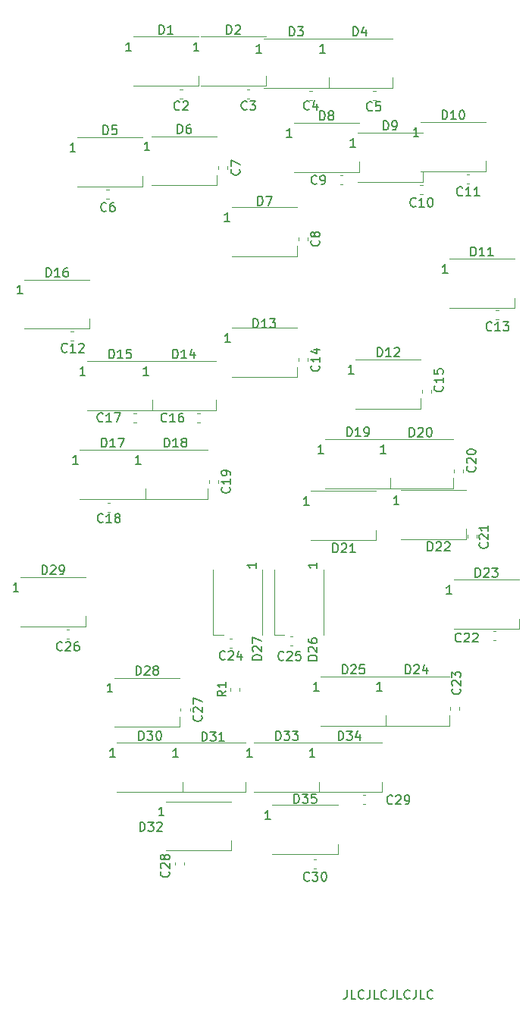
<source format=gbr>
%TF.GenerationSoftware,KiCad,Pcbnew,(5.1.10)-1*%
%TF.CreationDate,2021-11-16T18:51:37+11:00*%
%TF.ProjectId,SIM PWR PCB V3,53494d20-5057-4522-9050-43422056332e,rev?*%
%TF.SameCoordinates,Original*%
%TF.FileFunction,Legend,Top*%
%TF.FilePolarity,Positive*%
%FSLAX46Y46*%
G04 Gerber Fmt 4.6, Leading zero omitted, Abs format (unit mm)*
G04 Created by KiCad (PCBNEW (5.1.10)-1) date 2021-11-16 18:51:37*
%MOMM*%
%LPD*%
G01*
G04 APERTURE LIST*
%ADD10C,0.150000*%
%ADD11C,0.120000*%
G04 APERTURE END LIST*
D10*
X246640952Y-156952380D02*
X246640952Y-157666666D01*
X246593333Y-157809523D01*
X246498095Y-157904761D01*
X246355238Y-157952380D01*
X246260000Y-157952380D01*
X247593333Y-157952380D02*
X247117142Y-157952380D01*
X247117142Y-156952380D01*
X248498095Y-157857142D02*
X248450476Y-157904761D01*
X248307619Y-157952380D01*
X248212380Y-157952380D01*
X248069523Y-157904761D01*
X247974285Y-157809523D01*
X247926666Y-157714285D01*
X247879047Y-157523809D01*
X247879047Y-157380952D01*
X247926666Y-157190476D01*
X247974285Y-157095238D01*
X248069523Y-157000000D01*
X248212380Y-156952380D01*
X248307619Y-156952380D01*
X248450476Y-157000000D01*
X248498095Y-157047619D01*
X249212380Y-156952380D02*
X249212380Y-157666666D01*
X249164761Y-157809523D01*
X249069523Y-157904761D01*
X248926666Y-157952380D01*
X248831428Y-157952380D01*
X250164761Y-157952380D02*
X249688571Y-157952380D01*
X249688571Y-156952380D01*
X251069523Y-157857142D02*
X251021904Y-157904761D01*
X250879047Y-157952380D01*
X250783809Y-157952380D01*
X250640952Y-157904761D01*
X250545714Y-157809523D01*
X250498095Y-157714285D01*
X250450476Y-157523809D01*
X250450476Y-157380952D01*
X250498095Y-157190476D01*
X250545714Y-157095238D01*
X250640952Y-157000000D01*
X250783809Y-156952380D01*
X250879047Y-156952380D01*
X251021904Y-157000000D01*
X251069523Y-157047619D01*
X251783809Y-156952380D02*
X251783809Y-157666666D01*
X251736190Y-157809523D01*
X251640952Y-157904761D01*
X251498095Y-157952380D01*
X251402857Y-157952380D01*
X252736190Y-157952380D02*
X252260000Y-157952380D01*
X252260000Y-156952380D01*
X253640952Y-157857142D02*
X253593333Y-157904761D01*
X253450476Y-157952380D01*
X253355238Y-157952380D01*
X253212380Y-157904761D01*
X253117142Y-157809523D01*
X253069523Y-157714285D01*
X253021904Y-157523809D01*
X253021904Y-157380952D01*
X253069523Y-157190476D01*
X253117142Y-157095238D01*
X253212380Y-157000000D01*
X253355238Y-156952380D01*
X253450476Y-156952380D01*
X253593333Y-157000000D01*
X253640952Y-157047619D01*
X254355238Y-156952380D02*
X254355238Y-157666666D01*
X254307619Y-157809523D01*
X254212380Y-157904761D01*
X254069523Y-157952380D01*
X253974285Y-157952380D01*
X255307619Y-157952380D02*
X254831428Y-157952380D01*
X254831428Y-156952380D01*
X256212380Y-157857142D02*
X256164761Y-157904761D01*
X256021904Y-157952380D01*
X255926666Y-157952380D01*
X255783809Y-157904761D01*
X255688571Y-157809523D01*
X255640952Y-157714285D01*
X255593333Y-157523809D01*
X255593333Y-157380952D01*
X255640952Y-157190476D01*
X255688571Y-157095238D01*
X255783809Y-157000000D01*
X255926666Y-156952380D01*
X256021904Y-156952380D01*
X256164761Y-157000000D01*
X256212380Y-157047619D01*
D11*
%TO.C,C30*%
X242914420Y-142350000D02*
X243195580Y-142350000D01*
X242914420Y-143370000D02*
X243195580Y-143370000D01*
%TO.C,C29*%
X248434420Y-135215000D02*
X248715580Y-135215000D01*
X248434420Y-136235000D02*
X248715580Y-136235000D01*
%TO.C,C28*%
X227400000Y-142970580D02*
X227400000Y-142689420D01*
X228420000Y-142970580D02*
X228420000Y-142689420D01*
%TO.C,C27*%
X229085000Y-125534420D02*
X229085000Y-125815580D01*
X228065000Y-125534420D02*
X228065000Y-125815580D01*
%TO.C,C26*%
X215309420Y-116715000D02*
X215590580Y-116715000D01*
X215309420Y-117735000D02*
X215590580Y-117735000D01*
%TO.C,C25*%
X240565580Y-118485000D02*
X240284420Y-118485000D01*
X240565580Y-117465000D02*
X240284420Y-117465000D01*
%TO.C,C24*%
X233790580Y-118735000D02*
X233509420Y-118735000D01*
X233790580Y-117715000D02*
X233509420Y-117715000D01*
%TO.C,C23*%
X259185000Y-125384420D02*
X259185000Y-125665580D01*
X258165000Y-125384420D02*
X258165000Y-125665580D01*
%TO.C,C22*%
X262984420Y-116880000D02*
X263265580Y-116880000D01*
X262984420Y-117900000D02*
X263265580Y-117900000D01*
%TO.C,C21*%
X260100000Y-106455580D02*
X260100000Y-106174420D01*
X261120000Y-106455580D02*
X261120000Y-106174420D01*
%TO.C,C20*%
X259635000Y-98884420D02*
X259635000Y-99165580D01*
X258615000Y-98884420D02*
X258615000Y-99165580D01*
%TO.C,C19*%
X232235000Y-100059420D02*
X232235000Y-100340580D01*
X231215000Y-100059420D02*
X231215000Y-100340580D01*
%TO.C,C18*%
X219884420Y-102615000D02*
X220165580Y-102615000D01*
X219884420Y-103635000D02*
X220165580Y-103635000D01*
%TO.C,D35*%
X238300000Y-136300000D02*
X245600000Y-136300000D01*
X238300000Y-141800000D02*
X245600000Y-141800000D01*
X245600000Y-141800000D02*
X245600000Y-140650000D01*
%TO.C,D34*%
X243250000Y-129350000D02*
X250550000Y-129350000D01*
X243250000Y-134850000D02*
X250550000Y-134850000D01*
X250550000Y-134850000D02*
X250550000Y-133700000D01*
%TO.C,R1*%
X233581000Y-123240221D02*
X233581000Y-123565779D01*
X234601000Y-123240221D02*
X234601000Y-123565779D01*
%TO.C,C17*%
X222749221Y-93585000D02*
X223074779Y-93585000D01*
X222749221Y-92565000D02*
X223074779Y-92565000D01*
%TO.C,C16*%
X229875221Y-93635000D02*
X230200779Y-93635000D01*
X229875221Y-92615000D02*
X230200779Y-92615000D01*
%TO.C,C15*%
X255065000Y-89949721D02*
X255065000Y-90275279D01*
X256085000Y-89949721D02*
X256085000Y-90275279D01*
%TO.C,C14*%
X241215000Y-86449721D02*
X241215000Y-86775279D01*
X242235000Y-86449721D02*
X242235000Y-86775279D01*
%TO.C,C13*%
X263249221Y-82135000D02*
X263574779Y-82135000D01*
X263249221Y-81115000D02*
X263574779Y-81115000D01*
%TO.C,C12*%
X215749221Y-84485000D02*
X216074779Y-84485000D01*
X215749221Y-83465000D02*
X216074779Y-83465000D01*
%TO.C,C11*%
X259987221Y-66910000D02*
X260312779Y-66910000D01*
X259987221Y-65890000D02*
X260312779Y-65890000D01*
%TO.C,C10*%
X255124779Y-67140000D02*
X254799221Y-67140000D01*
X255124779Y-68160000D02*
X254799221Y-68160000D01*
%TO.C,C9*%
X245849221Y-67035000D02*
X246174779Y-67035000D01*
X245849221Y-66015000D02*
X246174779Y-66015000D01*
%TO.C,C8*%
X241190000Y-72949721D02*
X241190000Y-73275279D01*
X242210000Y-72949721D02*
X242210000Y-73275279D01*
%TO.C,C7*%
X232290000Y-65024721D02*
X232290000Y-65350279D01*
X233310000Y-65024721D02*
X233310000Y-65350279D01*
%TO.C,C6*%
X219749221Y-68610000D02*
X220074779Y-68610000D01*
X219749221Y-67590000D02*
X220074779Y-67590000D01*
%TO.C,C5*%
X249537221Y-57610000D02*
X249862779Y-57610000D01*
X249537221Y-56590000D02*
X249862779Y-56590000D01*
%TO.C,C4*%
X242425221Y-57610000D02*
X242750779Y-57610000D01*
X242425221Y-56590000D02*
X242750779Y-56590000D01*
%TO.C,C3*%
X235437221Y-57460000D02*
X235762779Y-57460000D01*
X235437221Y-56440000D02*
X235762779Y-56440000D01*
%TO.C,C2*%
X227975221Y-57460000D02*
X228300779Y-57460000D01*
X227975221Y-56440000D02*
X228300779Y-56440000D01*
%TO.C,D33*%
X236250000Y-129350000D02*
X243550000Y-129350000D01*
X236250000Y-134850000D02*
X243550000Y-134850000D01*
X243550000Y-134850000D02*
X243550000Y-133700000D01*
%TO.C,D32*%
X226400000Y-135900000D02*
X233700000Y-135900000D01*
X226400000Y-141400000D02*
X233700000Y-141400000D01*
X233700000Y-141400000D02*
X233700000Y-140250000D01*
%TO.C,D31*%
X228000000Y-129350000D02*
X235300000Y-129350000D01*
X228000000Y-134850000D02*
X235300000Y-134850000D01*
X235300000Y-134850000D02*
X235300000Y-133700000D01*
%TO.C,D30*%
X220950000Y-129350000D02*
X228250000Y-129350000D01*
X220950000Y-134850000D02*
X228250000Y-134850000D01*
X228250000Y-134850000D02*
X228250000Y-133700000D01*
%TO.C,D29*%
X210150000Y-110850000D02*
X217450000Y-110850000D01*
X210150000Y-116350000D02*
X217450000Y-116350000D01*
X217450000Y-116350000D02*
X217450000Y-115200000D01*
%TO.C,D28*%
X220650000Y-122100000D02*
X227950000Y-122100000D01*
X220650000Y-127600000D02*
X227950000Y-127600000D01*
X227950000Y-127600000D02*
X227950000Y-126450000D01*
%TO.C,D27*%
X237200000Y-110050000D02*
X237200000Y-117350000D01*
X231700000Y-110050000D02*
X231700000Y-117350000D01*
X231700000Y-117350000D02*
X232850000Y-117350000D01*
%TO.C,D26*%
X244000000Y-110050000D02*
X244000000Y-117350000D01*
X238500000Y-110050000D02*
X238500000Y-117350000D01*
X238500000Y-117350000D02*
X239650000Y-117350000D01*
%TO.C,D25*%
X243700000Y-121950000D02*
X251000000Y-121950000D01*
X243700000Y-127450000D02*
X251000000Y-127450000D01*
X251000000Y-127450000D02*
X251000000Y-126300000D01*
%TO.C,D24*%
X250750000Y-121950000D02*
X258050000Y-121950000D01*
X250750000Y-127450000D02*
X258050000Y-127450000D01*
X258050000Y-127450000D02*
X258050000Y-126300000D01*
%TO.C,D23*%
X258550000Y-111150000D02*
X265850000Y-111150000D01*
X258550000Y-116650000D02*
X265850000Y-116650000D01*
X265850000Y-116650000D02*
X265850000Y-115500000D01*
%TO.C,D22*%
X252650000Y-101150000D02*
X259950000Y-101150000D01*
X252650000Y-106650000D02*
X259950000Y-106650000D01*
X259950000Y-106650000D02*
X259950000Y-105500000D01*
%TO.C,D21*%
X242600000Y-101250000D02*
X249900000Y-101250000D01*
X242600000Y-106750000D02*
X249900000Y-106750000D01*
X249900000Y-106750000D02*
X249900000Y-105600000D01*
%TO.C,D20*%
X251200000Y-95450000D02*
X258500000Y-95450000D01*
X251200000Y-100950000D02*
X258500000Y-100950000D01*
X258500000Y-100950000D02*
X258500000Y-99800000D01*
%TO.C,D19*%
X244200000Y-95450000D02*
X251500000Y-95450000D01*
X244200000Y-100950000D02*
X251500000Y-100950000D01*
X251500000Y-100950000D02*
X251500000Y-99800000D01*
%TO.C,D18*%
X223800000Y-96650000D02*
X231100000Y-96650000D01*
X223800000Y-102150000D02*
X231100000Y-102150000D01*
X231100000Y-102150000D02*
X231100000Y-101000000D01*
%TO.C,D17*%
X216800000Y-96650000D02*
X224100000Y-96650000D01*
X216800000Y-102150000D02*
X224100000Y-102150000D01*
X224100000Y-102150000D02*
X224100000Y-101000000D01*
%TO.C,D16*%
X210600000Y-77650000D02*
X217900000Y-77650000D01*
X210600000Y-83150000D02*
X217900000Y-83150000D01*
X217900000Y-83150000D02*
X217900000Y-82000000D01*
%TO.C,D15*%
X217600000Y-86750000D02*
X224900000Y-86750000D01*
X217600000Y-92250000D02*
X224900000Y-92250000D01*
X224900000Y-92250000D02*
X224900000Y-91100000D01*
%TO.C,D14*%
X224700000Y-86750000D02*
X232000000Y-86750000D01*
X224700000Y-92250000D02*
X232000000Y-92250000D01*
X232000000Y-92250000D02*
X232000000Y-91100000D01*
%TO.C,D13*%
X233800000Y-83050000D02*
X241100000Y-83050000D01*
X233800000Y-88550000D02*
X241100000Y-88550000D01*
X241100000Y-88550000D02*
X241100000Y-87400000D01*
%TO.C,D12*%
X247600000Y-86550000D02*
X254900000Y-86550000D01*
X247600000Y-92050000D02*
X254900000Y-92050000D01*
X254900000Y-92050000D02*
X254900000Y-90900000D01*
%TO.C,D11*%
X258100000Y-75350000D02*
X265400000Y-75350000D01*
X258100000Y-80850000D02*
X265400000Y-80850000D01*
X265400000Y-80850000D02*
X265400000Y-79700000D01*
%TO.C,D10*%
X254850000Y-60050000D02*
X262150000Y-60050000D01*
X254850000Y-65550000D02*
X262150000Y-65550000D01*
X262150000Y-65550000D02*
X262150000Y-64400000D01*
%TO.C,D9*%
X247800000Y-61250000D02*
X255100000Y-61250000D01*
X247800000Y-66750000D02*
X255100000Y-66750000D01*
X255100000Y-66750000D02*
X255100000Y-65600000D01*
%TO.C,D8*%
X240700000Y-60150000D02*
X248000000Y-60150000D01*
X240700000Y-65650000D02*
X248000000Y-65650000D01*
X248000000Y-65650000D02*
X248000000Y-64500000D01*
%TO.C,D7*%
X233750000Y-69550000D02*
X241050000Y-69550000D01*
X233750000Y-75050000D02*
X241050000Y-75050000D01*
X241050000Y-75050000D02*
X241050000Y-73900000D01*
%TO.C,D6*%
X224800000Y-61650000D02*
X232100000Y-61650000D01*
X224800000Y-67150000D02*
X232100000Y-67150000D01*
X232100000Y-67150000D02*
X232100000Y-66000000D01*
%TO.C,D5*%
X216500000Y-61750000D02*
X223800000Y-61750000D01*
X216500000Y-67250000D02*
X223800000Y-67250000D01*
X223800000Y-67250000D02*
X223800000Y-66100000D01*
%TO.C,D4*%
X244400000Y-50750000D02*
X251700000Y-50750000D01*
X244400000Y-56250000D02*
X251700000Y-56250000D01*
X251700000Y-56250000D02*
X251700000Y-55100000D01*
%TO.C,D3*%
X237300000Y-50750000D02*
X244600000Y-50750000D01*
X237300000Y-56250000D02*
X244600000Y-56250000D01*
X244600000Y-56250000D02*
X244600000Y-55100000D01*
%TO.C,D2*%
X230300000Y-50550000D02*
X237600000Y-50550000D01*
X230300000Y-56050000D02*
X237600000Y-56050000D01*
X237600000Y-56050000D02*
X237600000Y-54900000D01*
%TO.C,D1*%
X222750000Y-50550000D02*
X230050000Y-50550000D01*
X222750000Y-56050000D02*
X230050000Y-56050000D01*
X230050000Y-56050000D02*
X230050000Y-54900000D01*
%TO.C,C30*%
D10*
X242437142Y-144697142D02*
X242389523Y-144744761D01*
X242246666Y-144792380D01*
X242151428Y-144792380D01*
X242008571Y-144744761D01*
X241913333Y-144649523D01*
X241865714Y-144554285D01*
X241818095Y-144363809D01*
X241818095Y-144220952D01*
X241865714Y-144030476D01*
X241913333Y-143935238D01*
X242008571Y-143840000D01*
X242151428Y-143792380D01*
X242246666Y-143792380D01*
X242389523Y-143840000D01*
X242437142Y-143887619D01*
X242770476Y-143792380D02*
X243389523Y-143792380D01*
X243056190Y-144173333D01*
X243199047Y-144173333D01*
X243294285Y-144220952D01*
X243341904Y-144268571D01*
X243389523Y-144363809D01*
X243389523Y-144601904D01*
X243341904Y-144697142D01*
X243294285Y-144744761D01*
X243199047Y-144792380D01*
X242913333Y-144792380D01*
X242818095Y-144744761D01*
X242770476Y-144697142D01*
X244008571Y-143792380D02*
X244103809Y-143792380D01*
X244199047Y-143840000D01*
X244246666Y-143887619D01*
X244294285Y-143982857D01*
X244341904Y-144173333D01*
X244341904Y-144411428D01*
X244294285Y-144601904D01*
X244246666Y-144697142D01*
X244199047Y-144744761D01*
X244103809Y-144792380D01*
X244008571Y-144792380D01*
X243913333Y-144744761D01*
X243865714Y-144697142D01*
X243818095Y-144601904D01*
X243770476Y-144411428D01*
X243770476Y-144173333D01*
X243818095Y-143982857D01*
X243865714Y-143887619D01*
X243913333Y-143840000D01*
X244008571Y-143792380D01*
%TO.C,C29*%
X251727142Y-136117142D02*
X251679523Y-136164761D01*
X251536666Y-136212380D01*
X251441428Y-136212380D01*
X251298571Y-136164761D01*
X251203333Y-136069523D01*
X251155714Y-135974285D01*
X251108095Y-135783809D01*
X251108095Y-135640952D01*
X251155714Y-135450476D01*
X251203333Y-135355238D01*
X251298571Y-135260000D01*
X251441428Y-135212380D01*
X251536666Y-135212380D01*
X251679523Y-135260000D01*
X251727142Y-135307619D01*
X252108095Y-135307619D02*
X252155714Y-135260000D01*
X252250952Y-135212380D01*
X252489047Y-135212380D01*
X252584285Y-135260000D01*
X252631904Y-135307619D01*
X252679523Y-135402857D01*
X252679523Y-135498095D01*
X252631904Y-135640952D01*
X252060476Y-136212380D01*
X252679523Y-136212380D01*
X253155714Y-136212380D02*
X253346190Y-136212380D01*
X253441428Y-136164761D01*
X253489047Y-136117142D01*
X253584285Y-135974285D01*
X253631904Y-135783809D01*
X253631904Y-135402857D01*
X253584285Y-135307619D01*
X253536666Y-135260000D01*
X253441428Y-135212380D01*
X253250952Y-135212380D01*
X253155714Y-135260000D01*
X253108095Y-135307619D01*
X253060476Y-135402857D01*
X253060476Y-135640952D01*
X253108095Y-135736190D01*
X253155714Y-135783809D01*
X253250952Y-135831428D01*
X253441428Y-135831428D01*
X253536666Y-135783809D01*
X253584285Y-135736190D01*
X253631904Y-135640952D01*
%TO.C,C28*%
X226717142Y-143732857D02*
X226764761Y-143780476D01*
X226812380Y-143923333D01*
X226812380Y-144018571D01*
X226764761Y-144161428D01*
X226669523Y-144256666D01*
X226574285Y-144304285D01*
X226383809Y-144351904D01*
X226240952Y-144351904D01*
X226050476Y-144304285D01*
X225955238Y-144256666D01*
X225860000Y-144161428D01*
X225812380Y-144018571D01*
X225812380Y-143923333D01*
X225860000Y-143780476D01*
X225907619Y-143732857D01*
X225907619Y-143351904D02*
X225860000Y-143304285D01*
X225812380Y-143209047D01*
X225812380Y-142970952D01*
X225860000Y-142875714D01*
X225907619Y-142828095D01*
X226002857Y-142780476D01*
X226098095Y-142780476D01*
X226240952Y-142828095D01*
X226812380Y-143399523D01*
X226812380Y-142780476D01*
X226240952Y-142209047D02*
X226193333Y-142304285D01*
X226145714Y-142351904D01*
X226050476Y-142399523D01*
X226002857Y-142399523D01*
X225907619Y-142351904D01*
X225860000Y-142304285D01*
X225812380Y-142209047D01*
X225812380Y-142018571D01*
X225860000Y-141923333D01*
X225907619Y-141875714D01*
X226002857Y-141828095D01*
X226050476Y-141828095D01*
X226145714Y-141875714D01*
X226193333Y-141923333D01*
X226240952Y-142018571D01*
X226240952Y-142209047D01*
X226288571Y-142304285D01*
X226336190Y-142351904D01*
X226431428Y-142399523D01*
X226621904Y-142399523D01*
X226717142Y-142351904D01*
X226764761Y-142304285D01*
X226812380Y-142209047D01*
X226812380Y-142018571D01*
X226764761Y-141923333D01*
X226717142Y-141875714D01*
X226621904Y-141828095D01*
X226431428Y-141828095D01*
X226336190Y-141875714D01*
X226288571Y-141923333D01*
X226240952Y-142018571D01*
%TO.C,C27*%
X230362142Y-126317857D02*
X230409761Y-126365476D01*
X230457380Y-126508333D01*
X230457380Y-126603571D01*
X230409761Y-126746428D01*
X230314523Y-126841666D01*
X230219285Y-126889285D01*
X230028809Y-126936904D01*
X229885952Y-126936904D01*
X229695476Y-126889285D01*
X229600238Y-126841666D01*
X229505000Y-126746428D01*
X229457380Y-126603571D01*
X229457380Y-126508333D01*
X229505000Y-126365476D01*
X229552619Y-126317857D01*
X229552619Y-125936904D02*
X229505000Y-125889285D01*
X229457380Y-125794047D01*
X229457380Y-125555952D01*
X229505000Y-125460714D01*
X229552619Y-125413095D01*
X229647857Y-125365476D01*
X229743095Y-125365476D01*
X229885952Y-125413095D01*
X230457380Y-125984523D01*
X230457380Y-125365476D01*
X229457380Y-125032142D02*
X229457380Y-124365476D01*
X230457380Y-124794047D01*
%TO.C,C26*%
X214817142Y-118997142D02*
X214769523Y-119044761D01*
X214626666Y-119092380D01*
X214531428Y-119092380D01*
X214388571Y-119044761D01*
X214293333Y-118949523D01*
X214245714Y-118854285D01*
X214198095Y-118663809D01*
X214198095Y-118520952D01*
X214245714Y-118330476D01*
X214293333Y-118235238D01*
X214388571Y-118140000D01*
X214531428Y-118092380D01*
X214626666Y-118092380D01*
X214769523Y-118140000D01*
X214817142Y-118187619D01*
X215198095Y-118187619D02*
X215245714Y-118140000D01*
X215340952Y-118092380D01*
X215579047Y-118092380D01*
X215674285Y-118140000D01*
X215721904Y-118187619D01*
X215769523Y-118282857D01*
X215769523Y-118378095D01*
X215721904Y-118520952D01*
X215150476Y-119092380D01*
X215769523Y-119092380D01*
X216626666Y-118092380D02*
X216436190Y-118092380D01*
X216340952Y-118140000D01*
X216293333Y-118187619D01*
X216198095Y-118330476D01*
X216150476Y-118520952D01*
X216150476Y-118901904D01*
X216198095Y-118997142D01*
X216245714Y-119044761D01*
X216340952Y-119092380D01*
X216531428Y-119092380D01*
X216626666Y-119044761D01*
X216674285Y-118997142D01*
X216721904Y-118901904D01*
X216721904Y-118663809D01*
X216674285Y-118568571D01*
X216626666Y-118520952D01*
X216531428Y-118473333D01*
X216340952Y-118473333D01*
X216245714Y-118520952D01*
X216198095Y-118568571D01*
X216150476Y-118663809D01*
%TO.C,C25*%
X239567142Y-120067142D02*
X239519523Y-120114761D01*
X239376666Y-120162380D01*
X239281428Y-120162380D01*
X239138571Y-120114761D01*
X239043333Y-120019523D01*
X238995714Y-119924285D01*
X238948095Y-119733809D01*
X238948095Y-119590952D01*
X238995714Y-119400476D01*
X239043333Y-119305238D01*
X239138571Y-119210000D01*
X239281428Y-119162380D01*
X239376666Y-119162380D01*
X239519523Y-119210000D01*
X239567142Y-119257619D01*
X239948095Y-119257619D02*
X239995714Y-119210000D01*
X240090952Y-119162380D01*
X240329047Y-119162380D01*
X240424285Y-119210000D01*
X240471904Y-119257619D01*
X240519523Y-119352857D01*
X240519523Y-119448095D01*
X240471904Y-119590952D01*
X239900476Y-120162380D01*
X240519523Y-120162380D01*
X241424285Y-119162380D02*
X240948095Y-119162380D01*
X240900476Y-119638571D01*
X240948095Y-119590952D01*
X241043333Y-119543333D01*
X241281428Y-119543333D01*
X241376666Y-119590952D01*
X241424285Y-119638571D01*
X241471904Y-119733809D01*
X241471904Y-119971904D01*
X241424285Y-120067142D01*
X241376666Y-120114761D01*
X241281428Y-120162380D01*
X241043333Y-120162380D01*
X240948095Y-120114761D01*
X240900476Y-120067142D01*
%TO.C,C24*%
X233007142Y-120012142D02*
X232959523Y-120059761D01*
X232816666Y-120107380D01*
X232721428Y-120107380D01*
X232578571Y-120059761D01*
X232483333Y-119964523D01*
X232435714Y-119869285D01*
X232388095Y-119678809D01*
X232388095Y-119535952D01*
X232435714Y-119345476D01*
X232483333Y-119250238D01*
X232578571Y-119155000D01*
X232721428Y-119107380D01*
X232816666Y-119107380D01*
X232959523Y-119155000D01*
X233007142Y-119202619D01*
X233388095Y-119202619D02*
X233435714Y-119155000D01*
X233530952Y-119107380D01*
X233769047Y-119107380D01*
X233864285Y-119155000D01*
X233911904Y-119202619D01*
X233959523Y-119297857D01*
X233959523Y-119393095D01*
X233911904Y-119535952D01*
X233340476Y-120107380D01*
X233959523Y-120107380D01*
X234816666Y-119440714D02*
X234816666Y-120107380D01*
X234578571Y-119059761D02*
X234340476Y-119774047D01*
X234959523Y-119774047D01*
%TO.C,C23*%
X259257142Y-123332857D02*
X259304761Y-123380476D01*
X259352380Y-123523333D01*
X259352380Y-123618571D01*
X259304761Y-123761428D01*
X259209523Y-123856666D01*
X259114285Y-123904285D01*
X258923809Y-123951904D01*
X258780952Y-123951904D01*
X258590476Y-123904285D01*
X258495238Y-123856666D01*
X258400000Y-123761428D01*
X258352380Y-123618571D01*
X258352380Y-123523333D01*
X258400000Y-123380476D01*
X258447619Y-123332857D01*
X258447619Y-122951904D02*
X258400000Y-122904285D01*
X258352380Y-122809047D01*
X258352380Y-122570952D01*
X258400000Y-122475714D01*
X258447619Y-122428095D01*
X258542857Y-122380476D01*
X258638095Y-122380476D01*
X258780952Y-122428095D01*
X259352380Y-122999523D01*
X259352380Y-122380476D01*
X258352380Y-122047142D02*
X258352380Y-121428095D01*
X258733333Y-121761428D01*
X258733333Y-121618571D01*
X258780952Y-121523333D01*
X258828571Y-121475714D01*
X258923809Y-121428095D01*
X259161904Y-121428095D01*
X259257142Y-121475714D01*
X259304761Y-121523333D01*
X259352380Y-121618571D01*
X259352380Y-121904285D01*
X259304761Y-121999523D01*
X259257142Y-122047142D01*
%TO.C,C22*%
X259357142Y-118017142D02*
X259309523Y-118064761D01*
X259166666Y-118112380D01*
X259071428Y-118112380D01*
X258928571Y-118064761D01*
X258833333Y-117969523D01*
X258785714Y-117874285D01*
X258738095Y-117683809D01*
X258738095Y-117540952D01*
X258785714Y-117350476D01*
X258833333Y-117255238D01*
X258928571Y-117160000D01*
X259071428Y-117112380D01*
X259166666Y-117112380D01*
X259309523Y-117160000D01*
X259357142Y-117207619D01*
X259738095Y-117207619D02*
X259785714Y-117160000D01*
X259880952Y-117112380D01*
X260119047Y-117112380D01*
X260214285Y-117160000D01*
X260261904Y-117207619D01*
X260309523Y-117302857D01*
X260309523Y-117398095D01*
X260261904Y-117540952D01*
X259690476Y-118112380D01*
X260309523Y-118112380D01*
X260690476Y-117207619D02*
X260738095Y-117160000D01*
X260833333Y-117112380D01*
X261071428Y-117112380D01*
X261166666Y-117160000D01*
X261214285Y-117207619D01*
X261261904Y-117302857D01*
X261261904Y-117398095D01*
X261214285Y-117540952D01*
X260642857Y-118112380D01*
X261261904Y-118112380D01*
%TO.C,C21*%
X262317142Y-107022857D02*
X262364761Y-107070476D01*
X262412380Y-107213333D01*
X262412380Y-107308571D01*
X262364761Y-107451428D01*
X262269523Y-107546666D01*
X262174285Y-107594285D01*
X261983809Y-107641904D01*
X261840952Y-107641904D01*
X261650476Y-107594285D01*
X261555238Y-107546666D01*
X261460000Y-107451428D01*
X261412380Y-107308571D01*
X261412380Y-107213333D01*
X261460000Y-107070476D01*
X261507619Y-107022857D01*
X261507619Y-106641904D02*
X261460000Y-106594285D01*
X261412380Y-106499047D01*
X261412380Y-106260952D01*
X261460000Y-106165714D01*
X261507619Y-106118095D01*
X261602857Y-106070476D01*
X261698095Y-106070476D01*
X261840952Y-106118095D01*
X262412380Y-106689523D01*
X262412380Y-106070476D01*
X262412380Y-105118095D02*
X262412380Y-105689523D01*
X262412380Y-105403809D02*
X261412380Y-105403809D01*
X261555238Y-105499047D01*
X261650476Y-105594285D01*
X261698095Y-105689523D01*
%TO.C,C20*%
X260927142Y-98512857D02*
X260974761Y-98560476D01*
X261022380Y-98703333D01*
X261022380Y-98798571D01*
X260974761Y-98941428D01*
X260879523Y-99036666D01*
X260784285Y-99084285D01*
X260593809Y-99131904D01*
X260450952Y-99131904D01*
X260260476Y-99084285D01*
X260165238Y-99036666D01*
X260070000Y-98941428D01*
X260022380Y-98798571D01*
X260022380Y-98703333D01*
X260070000Y-98560476D01*
X260117619Y-98512857D01*
X260117619Y-98131904D02*
X260070000Y-98084285D01*
X260022380Y-97989047D01*
X260022380Y-97750952D01*
X260070000Y-97655714D01*
X260117619Y-97608095D01*
X260212857Y-97560476D01*
X260308095Y-97560476D01*
X260450952Y-97608095D01*
X261022380Y-98179523D01*
X261022380Y-97560476D01*
X260022380Y-96941428D02*
X260022380Y-96846190D01*
X260070000Y-96750952D01*
X260117619Y-96703333D01*
X260212857Y-96655714D01*
X260403333Y-96608095D01*
X260641428Y-96608095D01*
X260831904Y-96655714D01*
X260927142Y-96703333D01*
X260974761Y-96750952D01*
X261022380Y-96846190D01*
X261022380Y-96941428D01*
X260974761Y-97036666D01*
X260927142Y-97084285D01*
X260831904Y-97131904D01*
X260641428Y-97179523D01*
X260403333Y-97179523D01*
X260212857Y-97131904D01*
X260117619Y-97084285D01*
X260070000Y-97036666D01*
X260022380Y-96941428D01*
%TO.C,C19*%
X233512142Y-100842857D02*
X233559761Y-100890476D01*
X233607380Y-101033333D01*
X233607380Y-101128571D01*
X233559761Y-101271428D01*
X233464523Y-101366666D01*
X233369285Y-101414285D01*
X233178809Y-101461904D01*
X233035952Y-101461904D01*
X232845476Y-101414285D01*
X232750238Y-101366666D01*
X232655000Y-101271428D01*
X232607380Y-101128571D01*
X232607380Y-101033333D01*
X232655000Y-100890476D01*
X232702619Y-100842857D01*
X233607380Y-99890476D02*
X233607380Y-100461904D01*
X233607380Y-100176190D02*
X232607380Y-100176190D01*
X232750238Y-100271428D01*
X232845476Y-100366666D01*
X232893095Y-100461904D01*
X233607380Y-99414285D02*
X233607380Y-99223809D01*
X233559761Y-99128571D01*
X233512142Y-99080952D01*
X233369285Y-98985714D01*
X233178809Y-98938095D01*
X232797857Y-98938095D01*
X232702619Y-98985714D01*
X232655000Y-99033333D01*
X232607380Y-99128571D01*
X232607380Y-99319047D01*
X232655000Y-99414285D01*
X232702619Y-99461904D01*
X232797857Y-99509523D01*
X233035952Y-99509523D01*
X233131190Y-99461904D01*
X233178809Y-99414285D01*
X233226428Y-99319047D01*
X233226428Y-99128571D01*
X233178809Y-99033333D01*
X233131190Y-98985714D01*
X233035952Y-98938095D01*
%TO.C,C18*%
X219377142Y-104687142D02*
X219329523Y-104734761D01*
X219186666Y-104782380D01*
X219091428Y-104782380D01*
X218948571Y-104734761D01*
X218853333Y-104639523D01*
X218805714Y-104544285D01*
X218758095Y-104353809D01*
X218758095Y-104210952D01*
X218805714Y-104020476D01*
X218853333Y-103925238D01*
X218948571Y-103830000D01*
X219091428Y-103782380D01*
X219186666Y-103782380D01*
X219329523Y-103830000D01*
X219377142Y-103877619D01*
X220329523Y-104782380D02*
X219758095Y-104782380D01*
X220043809Y-104782380D02*
X220043809Y-103782380D01*
X219948571Y-103925238D01*
X219853333Y-104020476D01*
X219758095Y-104068095D01*
X220900952Y-104210952D02*
X220805714Y-104163333D01*
X220758095Y-104115714D01*
X220710476Y-104020476D01*
X220710476Y-103972857D01*
X220758095Y-103877619D01*
X220805714Y-103830000D01*
X220900952Y-103782380D01*
X221091428Y-103782380D01*
X221186666Y-103830000D01*
X221234285Y-103877619D01*
X221281904Y-103972857D01*
X221281904Y-104020476D01*
X221234285Y-104115714D01*
X221186666Y-104163333D01*
X221091428Y-104210952D01*
X220900952Y-104210952D01*
X220805714Y-104258571D01*
X220758095Y-104306190D01*
X220710476Y-104401428D01*
X220710476Y-104591904D01*
X220758095Y-104687142D01*
X220805714Y-104734761D01*
X220900952Y-104782380D01*
X221091428Y-104782380D01*
X221186666Y-104734761D01*
X221234285Y-104687142D01*
X221281904Y-104591904D01*
X221281904Y-104401428D01*
X221234285Y-104306190D01*
X221186666Y-104258571D01*
X221091428Y-104210952D01*
%TO.C,D35*%
X240745714Y-136082380D02*
X240745714Y-135082380D01*
X240983809Y-135082380D01*
X241126666Y-135130000D01*
X241221904Y-135225238D01*
X241269523Y-135320476D01*
X241317142Y-135510952D01*
X241317142Y-135653809D01*
X241269523Y-135844285D01*
X241221904Y-135939523D01*
X241126666Y-136034761D01*
X240983809Y-136082380D01*
X240745714Y-136082380D01*
X241650476Y-135082380D02*
X242269523Y-135082380D01*
X241936190Y-135463333D01*
X242079047Y-135463333D01*
X242174285Y-135510952D01*
X242221904Y-135558571D01*
X242269523Y-135653809D01*
X242269523Y-135891904D01*
X242221904Y-135987142D01*
X242174285Y-136034761D01*
X242079047Y-136082380D01*
X241793333Y-136082380D01*
X241698095Y-136034761D01*
X241650476Y-135987142D01*
X243174285Y-135082380D02*
X242698095Y-135082380D01*
X242650476Y-135558571D01*
X242698095Y-135510952D01*
X242793333Y-135463333D01*
X243031428Y-135463333D01*
X243126666Y-135510952D01*
X243174285Y-135558571D01*
X243221904Y-135653809D01*
X243221904Y-135891904D01*
X243174285Y-135987142D01*
X243126666Y-136034761D01*
X243031428Y-136082380D01*
X242793333Y-136082380D01*
X242698095Y-136034761D01*
X242650476Y-135987142D01*
X238085714Y-137902380D02*
X237514285Y-137902380D01*
X237800000Y-137902380D02*
X237800000Y-136902380D01*
X237704761Y-137045238D01*
X237609523Y-137140476D01*
X237514285Y-137188095D01*
%TO.C,D34*%
X245685714Y-129052380D02*
X245685714Y-128052380D01*
X245923809Y-128052380D01*
X246066666Y-128100000D01*
X246161904Y-128195238D01*
X246209523Y-128290476D01*
X246257142Y-128480952D01*
X246257142Y-128623809D01*
X246209523Y-128814285D01*
X246161904Y-128909523D01*
X246066666Y-129004761D01*
X245923809Y-129052380D01*
X245685714Y-129052380D01*
X246590476Y-128052380D02*
X247209523Y-128052380D01*
X246876190Y-128433333D01*
X247019047Y-128433333D01*
X247114285Y-128480952D01*
X247161904Y-128528571D01*
X247209523Y-128623809D01*
X247209523Y-128861904D01*
X247161904Y-128957142D01*
X247114285Y-129004761D01*
X247019047Y-129052380D01*
X246733333Y-129052380D01*
X246638095Y-129004761D01*
X246590476Y-128957142D01*
X248066666Y-128385714D02*
X248066666Y-129052380D01*
X247828571Y-128004761D02*
X247590476Y-128719047D01*
X248209523Y-128719047D01*
X243035714Y-130952380D02*
X242464285Y-130952380D01*
X242750000Y-130952380D02*
X242750000Y-129952380D01*
X242654761Y-130095238D01*
X242559523Y-130190476D01*
X242464285Y-130238095D01*
%TO.C,R1*%
X233132380Y-123546666D02*
X232656190Y-123880000D01*
X233132380Y-124118095D02*
X232132380Y-124118095D01*
X232132380Y-123737142D01*
X232180000Y-123641904D01*
X232227619Y-123594285D01*
X232322857Y-123546666D01*
X232465714Y-123546666D01*
X232560952Y-123594285D01*
X232608571Y-123641904D01*
X232656190Y-123737142D01*
X232656190Y-124118095D01*
X233132380Y-122594285D02*
X233132380Y-123165714D01*
X233132380Y-122880000D02*
X232132380Y-122880000D01*
X232275238Y-122975238D01*
X232370476Y-123070476D01*
X232418095Y-123165714D01*
%TO.C,C17*%
X219367142Y-93447142D02*
X219319523Y-93494761D01*
X219176666Y-93542380D01*
X219081428Y-93542380D01*
X218938571Y-93494761D01*
X218843333Y-93399523D01*
X218795714Y-93304285D01*
X218748095Y-93113809D01*
X218748095Y-92970952D01*
X218795714Y-92780476D01*
X218843333Y-92685238D01*
X218938571Y-92590000D01*
X219081428Y-92542380D01*
X219176666Y-92542380D01*
X219319523Y-92590000D01*
X219367142Y-92637619D01*
X220319523Y-93542380D02*
X219748095Y-93542380D01*
X220033809Y-93542380D02*
X220033809Y-92542380D01*
X219938571Y-92685238D01*
X219843333Y-92780476D01*
X219748095Y-92828095D01*
X220652857Y-92542380D02*
X221319523Y-92542380D01*
X220890952Y-93542380D01*
%TO.C,C16*%
X226487142Y-93467142D02*
X226439523Y-93514761D01*
X226296666Y-93562380D01*
X226201428Y-93562380D01*
X226058571Y-93514761D01*
X225963333Y-93419523D01*
X225915714Y-93324285D01*
X225868095Y-93133809D01*
X225868095Y-92990952D01*
X225915714Y-92800476D01*
X225963333Y-92705238D01*
X226058571Y-92610000D01*
X226201428Y-92562380D01*
X226296666Y-92562380D01*
X226439523Y-92610000D01*
X226487142Y-92657619D01*
X227439523Y-93562380D02*
X226868095Y-93562380D01*
X227153809Y-93562380D02*
X227153809Y-92562380D01*
X227058571Y-92705238D01*
X226963333Y-92800476D01*
X226868095Y-92848095D01*
X228296666Y-92562380D02*
X228106190Y-92562380D01*
X228010952Y-92610000D01*
X227963333Y-92657619D01*
X227868095Y-92800476D01*
X227820476Y-92990952D01*
X227820476Y-93371904D01*
X227868095Y-93467142D01*
X227915714Y-93514761D01*
X228010952Y-93562380D01*
X228201428Y-93562380D01*
X228296666Y-93514761D01*
X228344285Y-93467142D01*
X228391904Y-93371904D01*
X228391904Y-93133809D01*
X228344285Y-93038571D01*
X228296666Y-92990952D01*
X228201428Y-92943333D01*
X228010952Y-92943333D01*
X227915714Y-92990952D01*
X227868095Y-93038571D01*
X227820476Y-93133809D01*
%TO.C,C15*%
X257277142Y-89532857D02*
X257324761Y-89580476D01*
X257372380Y-89723333D01*
X257372380Y-89818571D01*
X257324761Y-89961428D01*
X257229523Y-90056666D01*
X257134285Y-90104285D01*
X256943809Y-90151904D01*
X256800952Y-90151904D01*
X256610476Y-90104285D01*
X256515238Y-90056666D01*
X256420000Y-89961428D01*
X256372380Y-89818571D01*
X256372380Y-89723333D01*
X256420000Y-89580476D01*
X256467619Y-89532857D01*
X257372380Y-88580476D02*
X257372380Y-89151904D01*
X257372380Y-88866190D02*
X256372380Y-88866190D01*
X256515238Y-88961428D01*
X256610476Y-89056666D01*
X256658095Y-89151904D01*
X256372380Y-87675714D02*
X256372380Y-88151904D01*
X256848571Y-88199523D01*
X256800952Y-88151904D01*
X256753333Y-88056666D01*
X256753333Y-87818571D01*
X256800952Y-87723333D01*
X256848571Y-87675714D01*
X256943809Y-87628095D01*
X257181904Y-87628095D01*
X257277142Y-87675714D01*
X257324761Y-87723333D01*
X257372380Y-87818571D01*
X257372380Y-88056666D01*
X257324761Y-88151904D01*
X257277142Y-88199523D01*
%TO.C,C14*%
X243512142Y-87255357D02*
X243559761Y-87302976D01*
X243607380Y-87445833D01*
X243607380Y-87541071D01*
X243559761Y-87683928D01*
X243464523Y-87779166D01*
X243369285Y-87826785D01*
X243178809Y-87874404D01*
X243035952Y-87874404D01*
X242845476Y-87826785D01*
X242750238Y-87779166D01*
X242655000Y-87683928D01*
X242607380Y-87541071D01*
X242607380Y-87445833D01*
X242655000Y-87302976D01*
X242702619Y-87255357D01*
X243607380Y-86302976D02*
X243607380Y-86874404D01*
X243607380Y-86588690D02*
X242607380Y-86588690D01*
X242750238Y-86683928D01*
X242845476Y-86779166D01*
X242893095Y-86874404D01*
X242940714Y-85445833D02*
X243607380Y-85445833D01*
X242559761Y-85683928D02*
X243274047Y-85922023D01*
X243274047Y-85302976D01*
%TO.C,C13*%
X262807142Y-83287142D02*
X262759523Y-83334761D01*
X262616666Y-83382380D01*
X262521428Y-83382380D01*
X262378571Y-83334761D01*
X262283333Y-83239523D01*
X262235714Y-83144285D01*
X262188095Y-82953809D01*
X262188095Y-82810952D01*
X262235714Y-82620476D01*
X262283333Y-82525238D01*
X262378571Y-82430000D01*
X262521428Y-82382380D01*
X262616666Y-82382380D01*
X262759523Y-82430000D01*
X262807142Y-82477619D01*
X263759523Y-83382380D02*
X263188095Y-83382380D01*
X263473809Y-83382380D02*
X263473809Y-82382380D01*
X263378571Y-82525238D01*
X263283333Y-82620476D01*
X263188095Y-82668095D01*
X264092857Y-82382380D02*
X264711904Y-82382380D01*
X264378571Y-82763333D01*
X264521428Y-82763333D01*
X264616666Y-82810952D01*
X264664285Y-82858571D01*
X264711904Y-82953809D01*
X264711904Y-83191904D01*
X264664285Y-83287142D01*
X264616666Y-83334761D01*
X264521428Y-83382380D01*
X264235714Y-83382380D01*
X264140476Y-83334761D01*
X264092857Y-83287142D01*
%TO.C,C12*%
X215367142Y-85687142D02*
X215319523Y-85734761D01*
X215176666Y-85782380D01*
X215081428Y-85782380D01*
X214938571Y-85734761D01*
X214843333Y-85639523D01*
X214795714Y-85544285D01*
X214748095Y-85353809D01*
X214748095Y-85210952D01*
X214795714Y-85020476D01*
X214843333Y-84925238D01*
X214938571Y-84830000D01*
X215081428Y-84782380D01*
X215176666Y-84782380D01*
X215319523Y-84830000D01*
X215367142Y-84877619D01*
X216319523Y-85782380D02*
X215748095Y-85782380D01*
X216033809Y-85782380D02*
X216033809Y-84782380D01*
X215938571Y-84925238D01*
X215843333Y-85020476D01*
X215748095Y-85068095D01*
X216700476Y-84877619D02*
X216748095Y-84830000D01*
X216843333Y-84782380D01*
X217081428Y-84782380D01*
X217176666Y-84830000D01*
X217224285Y-84877619D01*
X217271904Y-84972857D01*
X217271904Y-85068095D01*
X217224285Y-85210952D01*
X216652857Y-85782380D01*
X217271904Y-85782380D01*
%TO.C,C11*%
X259537142Y-68217142D02*
X259489523Y-68264761D01*
X259346666Y-68312380D01*
X259251428Y-68312380D01*
X259108571Y-68264761D01*
X259013333Y-68169523D01*
X258965714Y-68074285D01*
X258918095Y-67883809D01*
X258918095Y-67740952D01*
X258965714Y-67550476D01*
X259013333Y-67455238D01*
X259108571Y-67360000D01*
X259251428Y-67312380D01*
X259346666Y-67312380D01*
X259489523Y-67360000D01*
X259537142Y-67407619D01*
X260489523Y-68312380D02*
X259918095Y-68312380D01*
X260203809Y-68312380D02*
X260203809Y-67312380D01*
X260108571Y-67455238D01*
X260013333Y-67550476D01*
X259918095Y-67598095D01*
X261441904Y-68312380D02*
X260870476Y-68312380D01*
X261156190Y-68312380D02*
X261156190Y-67312380D01*
X261060952Y-67455238D01*
X260965714Y-67550476D01*
X260870476Y-67598095D01*
%TO.C,C10*%
X254319142Y-69437142D02*
X254271523Y-69484761D01*
X254128666Y-69532380D01*
X254033428Y-69532380D01*
X253890571Y-69484761D01*
X253795333Y-69389523D01*
X253747714Y-69294285D01*
X253700095Y-69103809D01*
X253700095Y-68960952D01*
X253747714Y-68770476D01*
X253795333Y-68675238D01*
X253890571Y-68580000D01*
X254033428Y-68532380D01*
X254128666Y-68532380D01*
X254271523Y-68580000D01*
X254319142Y-68627619D01*
X255271523Y-69532380D02*
X254700095Y-69532380D01*
X254985809Y-69532380D02*
X254985809Y-68532380D01*
X254890571Y-68675238D01*
X254795333Y-68770476D01*
X254700095Y-68818095D01*
X255890571Y-68532380D02*
X255985809Y-68532380D01*
X256081047Y-68580000D01*
X256128666Y-68627619D01*
X256176285Y-68722857D01*
X256223904Y-68913333D01*
X256223904Y-69151428D01*
X256176285Y-69341904D01*
X256128666Y-69437142D01*
X256081047Y-69484761D01*
X255985809Y-69532380D01*
X255890571Y-69532380D01*
X255795333Y-69484761D01*
X255747714Y-69437142D01*
X255700095Y-69341904D01*
X255652476Y-69151428D01*
X255652476Y-68913333D01*
X255700095Y-68722857D01*
X255747714Y-68627619D01*
X255795333Y-68580000D01*
X255890571Y-68532380D01*
%TO.C,C9*%
X243263333Y-66917142D02*
X243215714Y-66964761D01*
X243072857Y-67012380D01*
X242977619Y-67012380D01*
X242834761Y-66964761D01*
X242739523Y-66869523D01*
X242691904Y-66774285D01*
X242644285Y-66583809D01*
X242644285Y-66440952D01*
X242691904Y-66250476D01*
X242739523Y-66155238D01*
X242834761Y-66060000D01*
X242977619Y-66012380D01*
X243072857Y-66012380D01*
X243215714Y-66060000D01*
X243263333Y-66107619D01*
X243739523Y-67012380D02*
X243930000Y-67012380D01*
X244025238Y-66964761D01*
X244072857Y-66917142D01*
X244168095Y-66774285D01*
X244215714Y-66583809D01*
X244215714Y-66202857D01*
X244168095Y-66107619D01*
X244120476Y-66060000D01*
X244025238Y-66012380D01*
X243834761Y-66012380D01*
X243739523Y-66060000D01*
X243691904Y-66107619D01*
X243644285Y-66202857D01*
X243644285Y-66440952D01*
X243691904Y-66536190D01*
X243739523Y-66583809D01*
X243834761Y-66631428D01*
X244025238Y-66631428D01*
X244120476Y-66583809D01*
X244168095Y-66536190D01*
X244215714Y-66440952D01*
%TO.C,C8*%
X243487142Y-73279166D02*
X243534761Y-73326785D01*
X243582380Y-73469642D01*
X243582380Y-73564880D01*
X243534761Y-73707738D01*
X243439523Y-73802976D01*
X243344285Y-73850595D01*
X243153809Y-73898214D01*
X243010952Y-73898214D01*
X242820476Y-73850595D01*
X242725238Y-73802976D01*
X242630000Y-73707738D01*
X242582380Y-73564880D01*
X242582380Y-73469642D01*
X242630000Y-73326785D01*
X242677619Y-73279166D01*
X243010952Y-72707738D02*
X242963333Y-72802976D01*
X242915714Y-72850595D01*
X242820476Y-72898214D01*
X242772857Y-72898214D01*
X242677619Y-72850595D01*
X242630000Y-72802976D01*
X242582380Y-72707738D01*
X242582380Y-72517261D01*
X242630000Y-72422023D01*
X242677619Y-72374404D01*
X242772857Y-72326785D01*
X242820476Y-72326785D01*
X242915714Y-72374404D01*
X242963333Y-72422023D01*
X243010952Y-72517261D01*
X243010952Y-72707738D01*
X243058571Y-72802976D01*
X243106190Y-72850595D01*
X243201428Y-72898214D01*
X243391904Y-72898214D01*
X243487142Y-72850595D01*
X243534761Y-72802976D01*
X243582380Y-72707738D01*
X243582380Y-72517261D01*
X243534761Y-72422023D01*
X243487142Y-72374404D01*
X243391904Y-72326785D01*
X243201428Y-72326785D01*
X243106190Y-72374404D01*
X243058571Y-72422023D01*
X243010952Y-72517261D01*
%TO.C,C7*%
X234587142Y-65354166D02*
X234634761Y-65401785D01*
X234682380Y-65544642D01*
X234682380Y-65639880D01*
X234634761Y-65782738D01*
X234539523Y-65877976D01*
X234444285Y-65925595D01*
X234253809Y-65973214D01*
X234110952Y-65973214D01*
X233920476Y-65925595D01*
X233825238Y-65877976D01*
X233730000Y-65782738D01*
X233682380Y-65639880D01*
X233682380Y-65544642D01*
X233730000Y-65401785D01*
X233777619Y-65354166D01*
X233682380Y-65020833D02*
X233682380Y-64354166D01*
X234682380Y-64782738D01*
%TO.C,C6*%
X219753333Y-69957142D02*
X219705714Y-70004761D01*
X219562857Y-70052380D01*
X219467619Y-70052380D01*
X219324761Y-70004761D01*
X219229523Y-69909523D01*
X219181904Y-69814285D01*
X219134285Y-69623809D01*
X219134285Y-69480952D01*
X219181904Y-69290476D01*
X219229523Y-69195238D01*
X219324761Y-69100000D01*
X219467619Y-69052380D01*
X219562857Y-69052380D01*
X219705714Y-69100000D01*
X219753333Y-69147619D01*
X220610476Y-69052380D02*
X220420000Y-69052380D01*
X220324761Y-69100000D01*
X220277142Y-69147619D01*
X220181904Y-69290476D01*
X220134285Y-69480952D01*
X220134285Y-69861904D01*
X220181904Y-69957142D01*
X220229523Y-70004761D01*
X220324761Y-70052380D01*
X220515238Y-70052380D01*
X220610476Y-70004761D01*
X220658095Y-69957142D01*
X220705714Y-69861904D01*
X220705714Y-69623809D01*
X220658095Y-69528571D01*
X220610476Y-69480952D01*
X220515238Y-69433333D01*
X220324761Y-69433333D01*
X220229523Y-69480952D01*
X220181904Y-69528571D01*
X220134285Y-69623809D01*
%TO.C,C5*%
X249453333Y-58727142D02*
X249405714Y-58774761D01*
X249262857Y-58822380D01*
X249167619Y-58822380D01*
X249024761Y-58774761D01*
X248929523Y-58679523D01*
X248881904Y-58584285D01*
X248834285Y-58393809D01*
X248834285Y-58250952D01*
X248881904Y-58060476D01*
X248929523Y-57965238D01*
X249024761Y-57870000D01*
X249167619Y-57822380D01*
X249262857Y-57822380D01*
X249405714Y-57870000D01*
X249453333Y-57917619D01*
X250358095Y-57822380D02*
X249881904Y-57822380D01*
X249834285Y-58298571D01*
X249881904Y-58250952D01*
X249977142Y-58203333D01*
X250215238Y-58203333D01*
X250310476Y-58250952D01*
X250358095Y-58298571D01*
X250405714Y-58393809D01*
X250405714Y-58631904D01*
X250358095Y-58727142D01*
X250310476Y-58774761D01*
X250215238Y-58822380D01*
X249977142Y-58822380D01*
X249881904Y-58774761D01*
X249834285Y-58727142D01*
%TO.C,C4*%
X242423333Y-58617142D02*
X242375714Y-58664761D01*
X242232857Y-58712380D01*
X242137619Y-58712380D01*
X241994761Y-58664761D01*
X241899523Y-58569523D01*
X241851904Y-58474285D01*
X241804285Y-58283809D01*
X241804285Y-58140952D01*
X241851904Y-57950476D01*
X241899523Y-57855238D01*
X241994761Y-57760000D01*
X242137619Y-57712380D01*
X242232857Y-57712380D01*
X242375714Y-57760000D01*
X242423333Y-57807619D01*
X243280476Y-58045714D02*
X243280476Y-58712380D01*
X243042380Y-57664761D02*
X242804285Y-58379047D01*
X243423333Y-58379047D01*
%TO.C,C3*%
X235453333Y-58627142D02*
X235405714Y-58674761D01*
X235262857Y-58722380D01*
X235167619Y-58722380D01*
X235024761Y-58674761D01*
X234929523Y-58579523D01*
X234881904Y-58484285D01*
X234834285Y-58293809D01*
X234834285Y-58150952D01*
X234881904Y-57960476D01*
X234929523Y-57865238D01*
X235024761Y-57770000D01*
X235167619Y-57722380D01*
X235262857Y-57722380D01*
X235405714Y-57770000D01*
X235453333Y-57817619D01*
X235786666Y-57722380D02*
X236405714Y-57722380D01*
X236072380Y-58103333D01*
X236215238Y-58103333D01*
X236310476Y-58150952D01*
X236358095Y-58198571D01*
X236405714Y-58293809D01*
X236405714Y-58531904D01*
X236358095Y-58627142D01*
X236310476Y-58674761D01*
X236215238Y-58722380D01*
X235929523Y-58722380D01*
X235834285Y-58674761D01*
X235786666Y-58627142D01*
%TO.C,C2*%
X227943333Y-58647142D02*
X227895714Y-58694761D01*
X227752857Y-58742380D01*
X227657619Y-58742380D01*
X227514761Y-58694761D01*
X227419523Y-58599523D01*
X227371904Y-58504285D01*
X227324285Y-58313809D01*
X227324285Y-58170952D01*
X227371904Y-57980476D01*
X227419523Y-57885238D01*
X227514761Y-57790000D01*
X227657619Y-57742380D01*
X227752857Y-57742380D01*
X227895714Y-57790000D01*
X227943333Y-57837619D01*
X228324285Y-57837619D02*
X228371904Y-57790000D01*
X228467142Y-57742380D01*
X228705238Y-57742380D01*
X228800476Y-57790000D01*
X228848095Y-57837619D01*
X228895714Y-57932857D01*
X228895714Y-58028095D01*
X228848095Y-58170952D01*
X228276666Y-58742380D01*
X228895714Y-58742380D01*
%TO.C,D33*%
X238685714Y-129052380D02*
X238685714Y-128052380D01*
X238923809Y-128052380D01*
X239066666Y-128100000D01*
X239161904Y-128195238D01*
X239209523Y-128290476D01*
X239257142Y-128480952D01*
X239257142Y-128623809D01*
X239209523Y-128814285D01*
X239161904Y-128909523D01*
X239066666Y-129004761D01*
X238923809Y-129052380D01*
X238685714Y-129052380D01*
X239590476Y-128052380D02*
X240209523Y-128052380D01*
X239876190Y-128433333D01*
X240019047Y-128433333D01*
X240114285Y-128480952D01*
X240161904Y-128528571D01*
X240209523Y-128623809D01*
X240209523Y-128861904D01*
X240161904Y-128957142D01*
X240114285Y-129004761D01*
X240019047Y-129052380D01*
X239733333Y-129052380D01*
X239638095Y-129004761D01*
X239590476Y-128957142D01*
X240542857Y-128052380D02*
X241161904Y-128052380D01*
X240828571Y-128433333D01*
X240971428Y-128433333D01*
X241066666Y-128480952D01*
X241114285Y-128528571D01*
X241161904Y-128623809D01*
X241161904Y-128861904D01*
X241114285Y-128957142D01*
X241066666Y-129004761D01*
X240971428Y-129052380D01*
X240685714Y-129052380D01*
X240590476Y-129004761D01*
X240542857Y-128957142D01*
X236035714Y-130952380D02*
X235464285Y-130952380D01*
X235750000Y-130952380D02*
X235750000Y-129952380D01*
X235654761Y-130095238D01*
X235559523Y-130190476D01*
X235464285Y-130238095D01*
%TO.C,D32*%
X223505714Y-139222380D02*
X223505714Y-138222380D01*
X223743809Y-138222380D01*
X223886666Y-138270000D01*
X223981904Y-138365238D01*
X224029523Y-138460476D01*
X224077142Y-138650952D01*
X224077142Y-138793809D01*
X224029523Y-138984285D01*
X223981904Y-139079523D01*
X223886666Y-139174761D01*
X223743809Y-139222380D01*
X223505714Y-139222380D01*
X224410476Y-138222380D02*
X225029523Y-138222380D01*
X224696190Y-138603333D01*
X224839047Y-138603333D01*
X224934285Y-138650952D01*
X224981904Y-138698571D01*
X225029523Y-138793809D01*
X225029523Y-139031904D01*
X224981904Y-139127142D01*
X224934285Y-139174761D01*
X224839047Y-139222380D01*
X224553333Y-139222380D01*
X224458095Y-139174761D01*
X224410476Y-139127142D01*
X225410476Y-138317619D02*
X225458095Y-138270000D01*
X225553333Y-138222380D01*
X225791428Y-138222380D01*
X225886666Y-138270000D01*
X225934285Y-138317619D01*
X225981904Y-138412857D01*
X225981904Y-138508095D01*
X225934285Y-138650952D01*
X225362857Y-139222380D01*
X225981904Y-139222380D01*
X226185714Y-137502380D02*
X225614285Y-137502380D01*
X225900000Y-137502380D02*
X225900000Y-136502380D01*
X225804761Y-136645238D01*
X225709523Y-136740476D01*
X225614285Y-136788095D01*
%TO.C,D31*%
X230445714Y-129152380D02*
X230445714Y-128152380D01*
X230683809Y-128152380D01*
X230826666Y-128200000D01*
X230921904Y-128295238D01*
X230969523Y-128390476D01*
X231017142Y-128580952D01*
X231017142Y-128723809D01*
X230969523Y-128914285D01*
X230921904Y-129009523D01*
X230826666Y-129104761D01*
X230683809Y-129152380D01*
X230445714Y-129152380D01*
X231350476Y-128152380D02*
X231969523Y-128152380D01*
X231636190Y-128533333D01*
X231779047Y-128533333D01*
X231874285Y-128580952D01*
X231921904Y-128628571D01*
X231969523Y-128723809D01*
X231969523Y-128961904D01*
X231921904Y-129057142D01*
X231874285Y-129104761D01*
X231779047Y-129152380D01*
X231493333Y-129152380D01*
X231398095Y-129104761D01*
X231350476Y-129057142D01*
X232921904Y-129152380D02*
X232350476Y-129152380D01*
X232636190Y-129152380D02*
X232636190Y-128152380D01*
X232540952Y-128295238D01*
X232445714Y-128390476D01*
X232350476Y-128438095D01*
X227785714Y-130952380D02*
X227214285Y-130952380D01*
X227500000Y-130952380D02*
X227500000Y-129952380D01*
X227404761Y-130095238D01*
X227309523Y-130190476D01*
X227214285Y-130238095D01*
%TO.C,D30*%
X223405714Y-129052380D02*
X223405714Y-128052380D01*
X223643809Y-128052380D01*
X223786666Y-128100000D01*
X223881904Y-128195238D01*
X223929523Y-128290476D01*
X223977142Y-128480952D01*
X223977142Y-128623809D01*
X223929523Y-128814285D01*
X223881904Y-128909523D01*
X223786666Y-129004761D01*
X223643809Y-129052380D01*
X223405714Y-129052380D01*
X224310476Y-128052380D02*
X224929523Y-128052380D01*
X224596190Y-128433333D01*
X224739047Y-128433333D01*
X224834285Y-128480952D01*
X224881904Y-128528571D01*
X224929523Y-128623809D01*
X224929523Y-128861904D01*
X224881904Y-128957142D01*
X224834285Y-129004761D01*
X224739047Y-129052380D01*
X224453333Y-129052380D01*
X224358095Y-129004761D01*
X224310476Y-128957142D01*
X225548571Y-128052380D02*
X225643809Y-128052380D01*
X225739047Y-128100000D01*
X225786666Y-128147619D01*
X225834285Y-128242857D01*
X225881904Y-128433333D01*
X225881904Y-128671428D01*
X225834285Y-128861904D01*
X225786666Y-128957142D01*
X225739047Y-129004761D01*
X225643809Y-129052380D01*
X225548571Y-129052380D01*
X225453333Y-129004761D01*
X225405714Y-128957142D01*
X225358095Y-128861904D01*
X225310476Y-128671428D01*
X225310476Y-128433333D01*
X225358095Y-128242857D01*
X225405714Y-128147619D01*
X225453333Y-128100000D01*
X225548571Y-128052380D01*
X220735714Y-130952380D02*
X220164285Y-130952380D01*
X220450000Y-130952380D02*
X220450000Y-129952380D01*
X220354761Y-130095238D01*
X220259523Y-130190476D01*
X220164285Y-130238095D01*
%TO.C,D29*%
X212585714Y-110552380D02*
X212585714Y-109552380D01*
X212823809Y-109552380D01*
X212966666Y-109600000D01*
X213061904Y-109695238D01*
X213109523Y-109790476D01*
X213157142Y-109980952D01*
X213157142Y-110123809D01*
X213109523Y-110314285D01*
X213061904Y-110409523D01*
X212966666Y-110504761D01*
X212823809Y-110552380D01*
X212585714Y-110552380D01*
X213538095Y-109647619D02*
X213585714Y-109600000D01*
X213680952Y-109552380D01*
X213919047Y-109552380D01*
X214014285Y-109600000D01*
X214061904Y-109647619D01*
X214109523Y-109742857D01*
X214109523Y-109838095D01*
X214061904Y-109980952D01*
X213490476Y-110552380D01*
X214109523Y-110552380D01*
X214585714Y-110552380D02*
X214776190Y-110552380D01*
X214871428Y-110504761D01*
X214919047Y-110457142D01*
X215014285Y-110314285D01*
X215061904Y-110123809D01*
X215061904Y-109742857D01*
X215014285Y-109647619D01*
X214966666Y-109600000D01*
X214871428Y-109552380D01*
X214680952Y-109552380D01*
X214585714Y-109600000D01*
X214538095Y-109647619D01*
X214490476Y-109742857D01*
X214490476Y-109980952D01*
X214538095Y-110076190D01*
X214585714Y-110123809D01*
X214680952Y-110171428D01*
X214871428Y-110171428D01*
X214966666Y-110123809D01*
X215014285Y-110076190D01*
X215061904Y-109980952D01*
X209935714Y-112452380D02*
X209364285Y-112452380D01*
X209650000Y-112452380D02*
X209650000Y-111452380D01*
X209554761Y-111595238D01*
X209459523Y-111690476D01*
X209364285Y-111738095D01*
%TO.C,D28*%
X223085714Y-121802380D02*
X223085714Y-120802380D01*
X223323809Y-120802380D01*
X223466666Y-120850000D01*
X223561904Y-120945238D01*
X223609523Y-121040476D01*
X223657142Y-121230952D01*
X223657142Y-121373809D01*
X223609523Y-121564285D01*
X223561904Y-121659523D01*
X223466666Y-121754761D01*
X223323809Y-121802380D01*
X223085714Y-121802380D01*
X224038095Y-120897619D02*
X224085714Y-120850000D01*
X224180952Y-120802380D01*
X224419047Y-120802380D01*
X224514285Y-120850000D01*
X224561904Y-120897619D01*
X224609523Y-120992857D01*
X224609523Y-121088095D01*
X224561904Y-121230952D01*
X223990476Y-121802380D01*
X224609523Y-121802380D01*
X225180952Y-121230952D02*
X225085714Y-121183333D01*
X225038095Y-121135714D01*
X224990476Y-121040476D01*
X224990476Y-120992857D01*
X225038095Y-120897619D01*
X225085714Y-120850000D01*
X225180952Y-120802380D01*
X225371428Y-120802380D01*
X225466666Y-120850000D01*
X225514285Y-120897619D01*
X225561904Y-120992857D01*
X225561904Y-121040476D01*
X225514285Y-121135714D01*
X225466666Y-121183333D01*
X225371428Y-121230952D01*
X225180952Y-121230952D01*
X225085714Y-121278571D01*
X225038095Y-121326190D01*
X224990476Y-121421428D01*
X224990476Y-121611904D01*
X225038095Y-121707142D01*
X225085714Y-121754761D01*
X225180952Y-121802380D01*
X225371428Y-121802380D01*
X225466666Y-121754761D01*
X225514285Y-121707142D01*
X225561904Y-121611904D01*
X225561904Y-121421428D01*
X225514285Y-121326190D01*
X225466666Y-121278571D01*
X225371428Y-121230952D01*
X220435714Y-123702380D02*
X219864285Y-123702380D01*
X220150000Y-123702380D02*
X220150000Y-122702380D01*
X220054761Y-122845238D01*
X219959523Y-122940476D01*
X219864285Y-122988095D01*
%TO.C,D27*%
X237092380Y-120094285D02*
X236092380Y-120094285D01*
X236092380Y-119856190D01*
X236140000Y-119713333D01*
X236235238Y-119618095D01*
X236330476Y-119570476D01*
X236520952Y-119522857D01*
X236663809Y-119522857D01*
X236854285Y-119570476D01*
X236949523Y-119618095D01*
X237044761Y-119713333D01*
X237092380Y-119856190D01*
X237092380Y-120094285D01*
X236187619Y-119141904D02*
X236140000Y-119094285D01*
X236092380Y-118999047D01*
X236092380Y-118760952D01*
X236140000Y-118665714D01*
X236187619Y-118618095D01*
X236282857Y-118570476D01*
X236378095Y-118570476D01*
X236520952Y-118618095D01*
X237092380Y-119189523D01*
X237092380Y-118570476D01*
X236092380Y-118237142D02*
X236092380Y-117570476D01*
X237092380Y-117999047D01*
X236502380Y-109264285D02*
X236502380Y-109835714D01*
X236502380Y-109550000D02*
X235502380Y-109550000D01*
X235645238Y-109645238D01*
X235740476Y-109740476D01*
X235788095Y-109835714D01*
%TO.C,D26*%
X243292380Y-120154285D02*
X242292380Y-120154285D01*
X242292380Y-119916190D01*
X242340000Y-119773333D01*
X242435238Y-119678095D01*
X242530476Y-119630476D01*
X242720952Y-119582857D01*
X242863809Y-119582857D01*
X243054285Y-119630476D01*
X243149523Y-119678095D01*
X243244761Y-119773333D01*
X243292380Y-119916190D01*
X243292380Y-120154285D01*
X242387619Y-119201904D02*
X242340000Y-119154285D01*
X242292380Y-119059047D01*
X242292380Y-118820952D01*
X242340000Y-118725714D01*
X242387619Y-118678095D01*
X242482857Y-118630476D01*
X242578095Y-118630476D01*
X242720952Y-118678095D01*
X243292380Y-119249523D01*
X243292380Y-118630476D01*
X242292380Y-117773333D02*
X242292380Y-117963809D01*
X242340000Y-118059047D01*
X242387619Y-118106666D01*
X242530476Y-118201904D01*
X242720952Y-118249523D01*
X243101904Y-118249523D01*
X243197142Y-118201904D01*
X243244761Y-118154285D01*
X243292380Y-118059047D01*
X243292380Y-117868571D01*
X243244761Y-117773333D01*
X243197142Y-117725714D01*
X243101904Y-117678095D01*
X242863809Y-117678095D01*
X242768571Y-117725714D01*
X242720952Y-117773333D01*
X242673333Y-117868571D01*
X242673333Y-118059047D01*
X242720952Y-118154285D01*
X242768571Y-118201904D01*
X242863809Y-118249523D01*
X243302380Y-109264285D02*
X243302380Y-109835714D01*
X243302380Y-109550000D02*
X242302380Y-109550000D01*
X242445238Y-109645238D01*
X242540476Y-109740476D01*
X242588095Y-109835714D01*
%TO.C,D25*%
X246135714Y-121652380D02*
X246135714Y-120652380D01*
X246373809Y-120652380D01*
X246516666Y-120700000D01*
X246611904Y-120795238D01*
X246659523Y-120890476D01*
X246707142Y-121080952D01*
X246707142Y-121223809D01*
X246659523Y-121414285D01*
X246611904Y-121509523D01*
X246516666Y-121604761D01*
X246373809Y-121652380D01*
X246135714Y-121652380D01*
X247088095Y-120747619D02*
X247135714Y-120700000D01*
X247230952Y-120652380D01*
X247469047Y-120652380D01*
X247564285Y-120700000D01*
X247611904Y-120747619D01*
X247659523Y-120842857D01*
X247659523Y-120938095D01*
X247611904Y-121080952D01*
X247040476Y-121652380D01*
X247659523Y-121652380D01*
X248564285Y-120652380D02*
X248088095Y-120652380D01*
X248040476Y-121128571D01*
X248088095Y-121080952D01*
X248183333Y-121033333D01*
X248421428Y-121033333D01*
X248516666Y-121080952D01*
X248564285Y-121128571D01*
X248611904Y-121223809D01*
X248611904Y-121461904D01*
X248564285Y-121557142D01*
X248516666Y-121604761D01*
X248421428Y-121652380D01*
X248183333Y-121652380D01*
X248088095Y-121604761D01*
X248040476Y-121557142D01*
X243485714Y-123552380D02*
X242914285Y-123552380D01*
X243200000Y-123552380D02*
X243200000Y-122552380D01*
X243104761Y-122695238D01*
X243009523Y-122790476D01*
X242914285Y-122838095D01*
%TO.C,D24*%
X253185714Y-121652380D02*
X253185714Y-120652380D01*
X253423809Y-120652380D01*
X253566666Y-120700000D01*
X253661904Y-120795238D01*
X253709523Y-120890476D01*
X253757142Y-121080952D01*
X253757142Y-121223809D01*
X253709523Y-121414285D01*
X253661904Y-121509523D01*
X253566666Y-121604761D01*
X253423809Y-121652380D01*
X253185714Y-121652380D01*
X254138095Y-120747619D02*
X254185714Y-120700000D01*
X254280952Y-120652380D01*
X254519047Y-120652380D01*
X254614285Y-120700000D01*
X254661904Y-120747619D01*
X254709523Y-120842857D01*
X254709523Y-120938095D01*
X254661904Y-121080952D01*
X254090476Y-121652380D01*
X254709523Y-121652380D01*
X255566666Y-120985714D02*
X255566666Y-121652380D01*
X255328571Y-120604761D02*
X255090476Y-121319047D01*
X255709523Y-121319047D01*
X250535714Y-123552380D02*
X249964285Y-123552380D01*
X250250000Y-123552380D02*
X250250000Y-122552380D01*
X250154761Y-122695238D01*
X250059523Y-122790476D01*
X249964285Y-122838095D01*
%TO.C,D23*%
X260985714Y-110852380D02*
X260985714Y-109852380D01*
X261223809Y-109852380D01*
X261366666Y-109900000D01*
X261461904Y-109995238D01*
X261509523Y-110090476D01*
X261557142Y-110280952D01*
X261557142Y-110423809D01*
X261509523Y-110614285D01*
X261461904Y-110709523D01*
X261366666Y-110804761D01*
X261223809Y-110852380D01*
X260985714Y-110852380D01*
X261938095Y-109947619D02*
X261985714Y-109900000D01*
X262080952Y-109852380D01*
X262319047Y-109852380D01*
X262414285Y-109900000D01*
X262461904Y-109947619D01*
X262509523Y-110042857D01*
X262509523Y-110138095D01*
X262461904Y-110280952D01*
X261890476Y-110852380D01*
X262509523Y-110852380D01*
X262842857Y-109852380D02*
X263461904Y-109852380D01*
X263128571Y-110233333D01*
X263271428Y-110233333D01*
X263366666Y-110280952D01*
X263414285Y-110328571D01*
X263461904Y-110423809D01*
X263461904Y-110661904D01*
X263414285Y-110757142D01*
X263366666Y-110804761D01*
X263271428Y-110852380D01*
X262985714Y-110852380D01*
X262890476Y-110804761D01*
X262842857Y-110757142D01*
X258335714Y-112752380D02*
X257764285Y-112752380D01*
X258050000Y-112752380D02*
X258050000Y-111752380D01*
X257954761Y-111895238D01*
X257859523Y-111990476D01*
X257764285Y-112038095D01*
%TO.C,D22*%
X255655714Y-107942380D02*
X255655714Y-106942380D01*
X255893809Y-106942380D01*
X256036666Y-106990000D01*
X256131904Y-107085238D01*
X256179523Y-107180476D01*
X256227142Y-107370952D01*
X256227142Y-107513809D01*
X256179523Y-107704285D01*
X256131904Y-107799523D01*
X256036666Y-107894761D01*
X255893809Y-107942380D01*
X255655714Y-107942380D01*
X256608095Y-107037619D02*
X256655714Y-106990000D01*
X256750952Y-106942380D01*
X256989047Y-106942380D01*
X257084285Y-106990000D01*
X257131904Y-107037619D01*
X257179523Y-107132857D01*
X257179523Y-107228095D01*
X257131904Y-107370952D01*
X256560476Y-107942380D01*
X257179523Y-107942380D01*
X257560476Y-107037619D02*
X257608095Y-106990000D01*
X257703333Y-106942380D01*
X257941428Y-106942380D01*
X258036666Y-106990000D01*
X258084285Y-107037619D01*
X258131904Y-107132857D01*
X258131904Y-107228095D01*
X258084285Y-107370952D01*
X257512857Y-107942380D01*
X258131904Y-107942380D01*
X252435714Y-102752380D02*
X251864285Y-102752380D01*
X252150000Y-102752380D02*
X252150000Y-101752380D01*
X252054761Y-101895238D01*
X251959523Y-101990476D01*
X251864285Y-102038095D01*
%TO.C,D21*%
X245072314Y-108109980D02*
X245072314Y-107109980D01*
X245310409Y-107109980D01*
X245453266Y-107157600D01*
X245548504Y-107252838D01*
X245596123Y-107348076D01*
X245643742Y-107538552D01*
X245643742Y-107681409D01*
X245596123Y-107871885D01*
X245548504Y-107967123D01*
X245453266Y-108062361D01*
X245310409Y-108109980D01*
X245072314Y-108109980D01*
X246024695Y-107205219D02*
X246072314Y-107157600D01*
X246167552Y-107109980D01*
X246405647Y-107109980D01*
X246500885Y-107157600D01*
X246548504Y-107205219D01*
X246596123Y-107300457D01*
X246596123Y-107395695D01*
X246548504Y-107538552D01*
X245977076Y-108109980D01*
X246596123Y-108109980D01*
X247548504Y-108109980D02*
X246977076Y-108109980D01*
X247262790Y-108109980D02*
X247262790Y-107109980D01*
X247167552Y-107252838D01*
X247072314Y-107348076D01*
X246977076Y-107395695D01*
X242385714Y-102852380D02*
X241814285Y-102852380D01*
X242100000Y-102852380D02*
X242100000Y-101852380D01*
X242004761Y-101995238D01*
X241909523Y-102090476D01*
X241814285Y-102138095D01*
%TO.C,D20*%
X253625714Y-95192380D02*
X253625714Y-94192380D01*
X253863809Y-94192380D01*
X254006666Y-94240000D01*
X254101904Y-94335238D01*
X254149523Y-94430476D01*
X254197142Y-94620952D01*
X254197142Y-94763809D01*
X254149523Y-94954285D01*
X254101904Y-95049523D01*
X254006666Y-95144761D01*
X253863809Y-95192380D01*
X253625714Y-95192380D01*
X254578095Y-94287619D02*
X254625714Y-94240000D01*
X254720952Y-94192380D01*
X254959047Y-94192380D01*
X255054285Y-94240000D01*
X255101904Y-94287619D01*
X255149523Y-94382857D01*
X255149523Y-94478095D01*
X255101904Y-94620952D01*
X254530476Y-95192380D01*
X255149523Y-95192380D01*
X255768571Y-94192380D02*
X255863809Y-94192380D01*
X255959047Y-94240000D01*
X256006666Y-94287619D01*
X256054285Y-94382857D01*
X256101904Y-94573333D01*
X256101904Y-94811428D01*
X256054285Y-95001904D01*
X256006666Y-95097142D01*
X255959047Y-95144761D01*
X255863809Y-95192380D01*
X255768571Y-95192380D01*
X255673333Y-95144761D01*
X255625714Y-95097142D01*
X255578095Y-95001904D01*
X255530476Y-94811428D01*
X255530476Y-94573333D01*
X255578095Y-94382857D01*
X255625714Y-94287619D01*
X255673333Y-94240000D01*
X255768571Y-94192380D01*
X250985714Y-97052380D02*
X250414285Y-97052380D01*
X250700000Y-97052380D02*
X250700000Y-96052380D01*
X250604761Y-96195238D01*
X250509523Y-96290476D01*
X250414285Y-96338095D01*
%TO.C,D19*%
X246635714Y-95152380D02*
X246635714Y-94152380D01*
X246873809Y-94152380D01*
X247016666Y-94200000D01*
X247111904Y-94295238D01*
X247159523Y-94390476D01*
X247207142Y-94580952D01*
X247207142Y-94723809D01*
X247159523Y-94914285D01*
X247111904Y-95009523D01*
X247016666Y-95104761D01*
X246873809Y-95152380D01*
X246635714Y-95152380D01*
X248159523Y-95152380D02*
X247588095Y-95152380D01*
X247873809Y-95152380D02*
X247873809Y-94152380D01*
X247778571Y-94295238D01*
X247683333Y-94390476D01*
X247588095Y-94438095D01*
X248635714Y-95152380D02*
X248826190Y-95152380D01*
X248921428Y-95104761D01*
X248969047Y-95057142D01*
X249064285Y-94914285D01*
X249111904Y-94723809D01*
X249111904Y-94342857D01*
X249064285Y-94247619D01*
X249016666Y-94200000D01*
X248921428Y-94152380D01*
X248730952Y-94152380D01*
X248635714Y-94200000D01*
X248588095Y-94247619D01*
X248540476Y-94342857D01*
X248540476Y-94580952D01*
X248588095Y-94676190D01*
X248635714Y-94723809D01*
X248730952Y-94771428D01*
X248921428Y-94771428D01*
X249016666Y-94723809D01*
X249064285Y-94676190D01*
X249111904Y-94580952D01*
X243985714Y-97052380D02*
X243414285Y-97052380D01*
X243700000Y-97052380D02*
X243700000Y-96052380D01*
X243604761Y-96195238D01*
X243509523Y-96290476D01*
X243414285Y-96338095D01*
%TO.C,D18*%
X226235714Y-96352380D02*
X226235714Y-95352380D01*
X226473809Y-95352380D01*
X226616666Y-95400000D01*
X226711904Y-95495238D01*
X226759523Y-95590476D01*
X226807142Y-95780952D01*
X226807142Y-95923809D01*
X226759523Y-96114285D01*
X226711904Y-96209523D01*
X226616666Y-96304761D01*
X226473809Y-96352380D01*
X226235714Y-96352380D01*
X227759523Y-96352380D02*
X227188095Y-96352380D01*
X227473809Y-96352380D02*
X227473809Y-95352380D01*
X227378571Y-95495238D01*
X227283333Y-95590476D01*
X227188095Y-95638095D01*
X228330952Y-95780952D02*
X228235714Y-95733333D01*
X228188095Y-95685714D01*
X228140476Y-95590476D01*
X228140476Y-95542857D01*
X228188095Y-95447619D01*
X228235714Y-95400000D01*
X228330952Y-95352380D01*
X228521428Y-95352380D01*
X228616666Y-95400000D01*
X228664285Y-95447619D01*
X228711904Y-95542857D01*
X228711904Y-95590476D01*
X228664285Y-95685714D01*
X228616666Y-95733333D01*
X228521428Y-95780952D01*
X228330952Y-95780952D01*
X228235714Y-95828571D01*
X228188095Y-95876190D01*
X228140476Y-95971428D01*
X228140476Y-96161904D01*
X228188095Y-96257142D01*
X228235714Y-96304761D01*
X228330952Y-96352380D01*
X228521428Y-96352380D01*
X228616666Y-96304761D01*
X228664285Y-96257142D01*
X228711904Y-96161904D01*
X228711904Y-95971428D01*
X228664285Y-95876190D01*
X228616666Y-95828571D01*
X228521428Y-95780952D01*
X223585714Y-98252380D02*
X223014285Y-98252380D01*
X223300000Y-98252380D02*
X223300000Y-97252380D01*
X223204761Y-97395238D01*
X223109523Y-97490476D01*
X223014285Y-97538095D01*
%TO.C,D17*%
X219235714Y-96352380D02*
X219235714Y-95352380D01*
X219473809Y-95352380D01*
X219616666Y-95400000D01*
X219711904Y-95495238D01*
X219759523Y-95590476D01*
X219807142Y-95780952D01*
X219807142Y-95923809D01*
X219759523Y-96114285D01*
X219711904Y-96209523D01*
X219616666Y-96304761D01*
X219473809Y-96352380D01*
X219235714Y-96352380D01*
X220759523Y-96352380D02*
X220188095Y-96352380D01*
X220473809Y-96352380D02*
X220473809Y-95352380D01*
X220378571Y-95495238D01*
X220283333Y-95590476D01*
X220188095Y-95638095D01*
X221092857Y-95352380D02*
X221759523Y-95352380D01*
X221330952Y-96352380D01*
X216585714Y-98252380D02*
X216014285Y-98252380D01*
X216300000Y-98252380D02*
X216300000Y-97252380D01*
X216204761Y-97395238D01*
X216109523Y-97490476D01*
X216014285Y-97538095D01*
%TO.C,D16*%
X213035714Y-77352380D02*
X213035714Y-76352380D01*
X213273809Y-76352380D01*
X213416666Y-76400000D01*
X213511904Y-76495238D01*
X213559523Y-76590476D01*
X213607142Y-76780952D01*
X213607142Y-76923809D01*
X213559523Y-77114285D01*
X213511904Y-77209523D01*
X213416666Y-77304761D01*
X213273809Y-77352380D01*
X213035714Y-77352380D01*
X214559523Y-77352380D02*
X213988095Y-77352380D01*
X214273809Y-77352380D02*
X214273809Y-76352380D01*
X214178571Y-76495238D01*
X214083333Y-76590476D01*
X213988095Y-76638095D01*
X215416666Y-76352380D02*
X215226190Y-76352380D01*
X215130952Y-76400000D01*
X215083333Y-76447619D01*
X214988095Y-76590476D01*
X214940476Y-76780952D01*
X214940476Y-77161904D01*
X214988095Y-77257142D01*
X215035714Y-77304761D01*
X215130952Y-77352380D01*
X215321428Y-77352380D01*
X215416666Y-77304761D01*
X215464285Y-77257142D01*
X215511904Y-77161904D01*
X215511904Y-76923809D01*
X215464285Y-76828571D01*
X215416666Y-76780952D01*
X215321428Y-76733333D01*
X215130952Y-76733333D01*
X215035714Y-76780952D01*
X214988095Y-76828571D01*
X214940476Y-76923809D01*
X210385714Y-79252380D02*
X209814285Y-79252380D01*
X210100000Y-79252380D02*
X210100000Y-78252380D01*
X210004761Y-78395238D01*
X209909523Y-78490476D01*
X209814285Y-78538095D01*
%TO.C,D15*%
X220075714Y-86442380D02*
X220075714Y-85442380D01*
X220313809Y-85442380D01*
X220456666Y-85490000D01*
X220551904Y-85585238D01*
X220599523Y-85680476D01*
X220647142Y-85870952D01*
X220647142Y-86013809D01*
X220599523Y-86204285D01*
X220551904Y-86299523D01*
X220456666Y-86394761D01*
X220313809Y-86442380D01*
X220075714Y-86442380D01*
X221599523Y-86442380D02*
X221028095Y-86442380D01*
X221313809Y-86442380D02*
X221313809Y-85442380D01*
X221218571Y-85585238D01*
X221123333Y-85680476D01*
X221028095Y-85728095D01*
X222504285Y-85442380D02*
X222028095Y-85442380D01*
X221980476Y-85918571D01*
X222028095Y-85870952D01*
X222123333Y-85823333D01*
X222361428Y-85823333D01*
X222456666Y-85870952D01*
X222504285Y-85918571D01*
X222551904Y-86013809D01*
X222551904Y-86251904D01*
X222504285Y-86347142D01*
X222456666Y-86394761D01*
X222361428Y-86442380D01*
X222123333Y-86442380D01*
X222028095Y-86394761D01*
X221980476Y-86347142D01*
X217385714Y-88352380D02*
X216814285Y-88352380D01*
X217100000Y-88352380D02*
X217100000Y-87352380D01*
X217004761Y-87495238D01*
X216909523Y-87590476D01*
X216814285Y-87638095D01*
%TO.C,D14*%
X227185714Y-86442380D02*
X227185714Y-85442380D01*
X227423809Y-85442380D01*
X227566666Y-85490000D01*
X227661904Y-85585238D01*
X227709523Y-85680476D01*
X227757142Y-85870952D01*
X227757142Y-86013809D01*
X227709523Y-86204285D01*
X227661904Y-86299523D01*
X227566666Y-86394761D01*
X227423809Y-86442380D01*
X227185714Y-86442380D01*
X228709523Y-86442380D02*
X228138095Y-86442380D01*
X228423809Y-86442380D02*
X228423809Y-85442380D01*
X228328571Y-85585238D01*
X228233333Y-85680476D01*
X228138095Y-85728095D01*
X229566666Y-85775714D02*
X229566666Y-86442380D01*
X229328571Y-85394761D02*
X229090476Y-86109047D01*
X229709523Y-86109047D01*
X224485714Y-88352380D02*
X223914285Y-88352380D01*
X224200000Y-88352380D02*
X224200000Y-87352380D01*
X224104761Y-87495238D01*
X224009523Y-87590476D01*
X223914285Y-87638095D01*
%TO.C,D13*%
X236170714Y-83026780D02*
X236170714Y-82026780D01*
X236408809Y-82026780D01*
X236551666Y-82074400D01*
X236646904Y-82169638D01*
X236694523Y-82264876D01*
X236742142Y-82455352D01*
X236742142Y-82598209D01*
X236694523Y-82788685D01*
X236646904Y-82883923D01*
X236551666Y-82979161D01*
X236408809Y-83026780D01*
X236170714Y-83026780D01*
X237694523Y-83026780D02*
X237123095Y-83026780D01*
X237408809Y-83026780D02*
X237408809Y-82026780D01*
X237313571Y-82169638D01*
X237218333Y-82264876D01*
X237123095Y-82312495D01*
X238027857Y-82026780D02*
X238646904Y-82026780D01*
X238313571Y-82407733D01*
X238456428Y-82407733D01*
X238551666Y-82455352D01*
X238599285Y-82502971D01*
X238646904Y-82598209D01*
X238646904Y-82836304D01*
X238599285Y-82931542D01*
X238551666Y-82979161D01*
X238456428Y-83026780D01*
X238170714Y-83026780D01*
X238075476Y-82979161D01*
X238027857Y-82931542D01*
X233585714Y-84652380D02*
X233014285Y-84652380D01*
X233300000Y-84652380D02*
X233300000Y-83652380D01*
X233204761Y-83795238D01*
X233109523Y-83890476D01*
X233014285Y-83938095D01*
%TO.C,D12*%
X250035714Y-86252380D02*
X250035714Y-85252380D01*
X250273809Y-85252380D01*
X250416666Y-85300000D01*
X250511904Y-85395238D01*
X250559523Y-85490476D01*
X250607142Y-85680952D01*
X250607142Y-85823809D01*
X250559523Y-86014285D01*
X250511904Y-86109523D01*
X250416666Y-86204761D01*
X250273809Y-86252380D01*
X250035714Y-86252380D01*
X251559523Y-86252380D02*
X250988095Y-86252380D01*
X251273809Y-86252380D02*
X251273809Y-85252380D01*
X251178571Y-85395238D01*
X251083333Y-85490476D01*
X250988095Y-85538095D01*
X251940476Y-85347619D02*
X251988095Y-85300000D01*
X252083333Y-85252380D01*
X252321428Y-85252380D01*
X252416666Y-85300000D01*
X252464285Y-85347619D01*
X252511904Y-85442857D01*
X252511904Y-85538095D01*
X252464285Y-85680952D01*
X251892857Y-86252380D01*
X252511904Y-86252380D01*
X247385714Y-88152380D02*
X246814285Y-88152380D01*
X247100000Y-88152380D02*
X247100000Y-87152380D01*
X247004761Y-87295238D01*
X246909523Y-87390476D01*
X246814285Y-87438095D01*
%TO.C,D11*%
X260485714Y-75022380D02*
X260485714Y-74022380D01*
X260723809Y-74022380D01*
X260866666Y-74070000D01*
X260961904Y-74165238D01*
X261009523Y-74260476D01*
X261057142Y-74450952D01*
X261057142Y-74593809D01*
X261009523Y-74784285D01*
X260961904Y-74879523D01*
X260866666Y-74974761D01*
X260723809Y-75022380D01*
X260485714Y-75022380D01*
X262009523Y-75022380D02*
X261438095Y-75022380D01*
X261723809Y-75022380D02*
X261723809Y-74022380D01*
X261628571Y-74165238D01*
X261533333Y-74260476D01*
X261438095Y-74308095D01*
X262961904Y-75022380D02*
X262390476Y-75022380D01*
X262676190Y-75022380D02*
X262676190Y-74022380D01*
X262580952Y-74165238D01*
X262485714Y-74260476D01*
X262390476Y-74308095D01*
X257885714Y-76952380D02*
X257314285Y-76952380D01*
X257600000Y-76952380D02*
X257600000Y-75952380D01*
X257504761Y-76095238D01*
X257409523Y-76190476D01*
X257314285Y-76238095D01*
%TO.C,D10*%
X257285714Y-59752380D02*
X257285714Y-58752380D01*
X257523809Y-58752380D01*
X257666666Y-58800000D01*
X257761904Y-58895238D01*
X257809523Y-58990476D01*
X257857142Y-59180952D01*
X257857142Y-59323809D01*
X257809523Y-59514285D01*
X257761904Y-59609523D01*
X257666666Y-59704761D01*
X257523809Y-59752380D01*
X257285714Y-59752380D01*
X258809523Y-59752380D02*
X258238095Y-59752380D01*
X258523809Y-59752380D02*
X258523809Y-58752380D01*
X258428571Y-58895238D01*
X258333333Y-58990476D01*
X258238095Y-59038095D01*
X259428571Y-58752380D02*
X259523809Y-58752380D01*
X259619047Y-58800000D01*
X259666666Y-58847619D01*
X259714285Y-58942857D01*
X259761904Y-59133333D01*
X259761904Y-59371428D01*
X259714285Y-59561904D01*
X259666666Y-59657142D01*
X259619047Y-59704761D01*
X259523809Y-59752380D01*
X259428571Y-59752380D01*
X259333333Y-59704761D01*
X259285714Y-59657142D01*
X259238095Y-59561904D01*
X259190476Y-59371428D01*
X259190476Y-59133333D01*
X259238095Y-58942857D01*
X259285714Y-58847619D01*
X259333333Y-58800000D01*
X259428571Y-58752380D01*
X254635714Y-61652380D02*
X254064285Y-61652380D01*
X254350000Y-61652380D02*
X254350000Y-60652380D01*
X254254761Y-60795238D01*
X254159523Y-60890476D01*
X254064285Y-60938095D01*
%TO.C,D9*%
X250711904Y-60952380D02*
X250711904Y-59952380D01*
X250950000Y-59952380D01*
X251092857Y-60000000D01*
X251188095Y-60095238D01*
X251235714Y-60190476D01*
X251283333Y-60380952D01*
X251283333Y-60523809D01*
X251235714Y-60714285D01*
X251188095Y-60809523D01*
X251092857Y-60904761D01*
X250950000Y-60952380D01*
X250711904Y-60952380D01*
X251759523Y-60952380D02*
X251950000Y-60952380D01*
X252045238Y-60904761D01*
X252092857Y-60857142D01*
X252188095Y-60714285D01*
X252235714Y-60523809D01*
X252235714Y-60142857D01*
X252188095Y-60047619D01*
X252140476Y-60000000D01*
X252045238Y-59952380D01*
X251854761Y-59952380D01*
X251759523Y-60000000D01*
X251711904Y-60047619D01*
X251664285Y-60142857D01*
X251664285Y-60380952D01*
X251711904Y-60476190D01*
X251759523Y-60523809D01*
X251854761Y-60571428D01*
X252045238Y-60571428D01*
X252140476Y-60523809D01*
X252188095Y-60476190D01*
X252235714Y-60380952D01*
X247585714Y-62852380D02*
X247014285Y-62852380D01*
X247300000Y-62852380D02*
X247300000Y-61852380D01*
X247204761Y-61995238D01*
X247109523Y-62090476D01*
X247014285Y-62138095D01*
%TO.C,D8*%
X243611904Y-59852380D02*
X243611904Y-58852380D01*
X243850000Y-58852380D01*
X243992857Y-58900000D01*
X244088095Y-58995238D01*
X244135714Y-59090476D01*
X244183333Y-59280952D01*
X244183333Y-59423809D01*
X244135714Y-59614285D01*
X244088095Y-59709523D01*
X243992857Y-59804761D01*
X243850000Y-59852380D01*
X243611904Y-59852380D01*
X244754761Y-59280952D02*
X244659523Y-59233333D01*
X244611904Y-59185714D01*
X244564285Y-59090476D01*
X244564285Y-59042857D01*
X244611904Y-58947619D01*
X244659523Y-58900000D01*
X244754761Y-58852380D01*
X244945238Y-58852380D01*
X245040476Y-58900000D01*
X245088095Y-58947619D01*
X245135714Y-59042857D01*
X245135714Y-59090476D01*
X245088095Y-59185714D01*
X245040476Y-59233333D01*
X244945238Y-59280952D01*
X244754761Y-59280952D01*
X244659523Y-59328571D01*
X244611904Y-59376190D01*
X244564285Y-59471428D01*
X244564285Y-59661904D01*
X244611904Y-59757142D01*
X244659523Y-59804761D01*
X244754761Y-59852380D01*
X244945238Y-59852380D01*
X245040476Y-59804761D01*
X245088095Y-59757142D01*
X245135714Y-59661904D01*
X245135714Y-59471428D01*
X245088095Y-59376190D01*
X245040476Y-59328571D01*
X244945238Y-59280952D01*
X240485714Y-61752380D02*
X239914285Y-61752380D01*
X240200000Y-61752380D02*
X240200000Y-60752380D01*
X240104761Y-60895238D01*
X240009523Y-60990476D01*
X239914285Y-61038095D01*
%TO.C,D7*%
X236671904Y-69352380D02*
X236671904Y-68352380D01*
X236910000Y-68352380D01*
X237052857Y-68400000D01*
X237148095Y-68495238D01*
X237195714Y-68590476D01*
X237243333Y-68780952D01*
X237243333Y-68923809D01*
X237195714Y-69114285D01*
X237148095Y-69209523D01*
X237052857Y-69304761D01*
X236910000Y-69352380D01*
X236671904Y-69352380D01*
X237576666Y-68352380D02*
X238243333Y-68352380D01*
X237814761Y-69352380D01*
X233535714Y-71152380D02*
X232964285Y-71152380D01*
X233250000Y-71152380D02*
X233250000Y-70152380D01*
X233154761Y-70295238D01*
X233059523Y-70390476D01*
X232964285Y-70438095D01*
%TO.C,D6*%
X227711904Y-61352380D02*
X227711904Y-60352380D01*
X227950000Y-60352380D01*
X228092857Y-60400000D01*
X228188095Y-60495238D01*
X228235714Y-60590476D01*
X228283333Y-60780952D01*
X228283333Y-60923809D01*
X228235714Y-61114285D01*
X228188095Y-61209523D01*
X228092857Y-61304761D01*
X227950000Y-61352380D01*
X227711904Y-61352380D01*
X229140476Y-60352380D02*
X228950000Y-60352380D01*
X228854761Y-60400000D01*
X228807142Y-60447619D01*
X228711904Y-60590476D01*
X228664285Y-60780952D01*
X228664285Y-61161904D01*
X228711904Y-61257142D01*
X228759523Y-61304761D01*
X228854761Y-61352380D01*
X229045238Y-61352380D01*
X229140476Y-61304761D01*
X229188095Y-61257142D01*
X229235714Y-61161904D01*
X229235714Y-60923809D01*
X229188095Y-60828571D01*
X229140476Y-60780952D01*
X229045238Y-60733333D01*
X228854761Y-60733333D01*
X228759523Y-60780952D01*
X228711904Y-60828571D01*
X228664285Y-60923809D01*
X224585714Y-63252380D02*
X224014285Y-63252380D01*
X224300000Y-63252380D02*
X224300000Y-62252380D01*
X224204761Y-62395238D01*
X224109523Y-62490476D01*
X224014285Y-62538095D01*
%TO.C,D5*%
X219411904Y-61452380D02*
X219411904Y-60452380D01*
X219650000Y-60452380D01*
X219792857Y-60500000D01*
X219888095Y-60595238D01*
X219935714Y-60690476D01*
X219983333Y-60880952D01*
X219983333Y-61023809D01*
X219935714Y-61214285D01*
X219888095Y-61309523D01*
X219792857Y-61404761D01*
X219650000Y-61452380D01*
X219411904Y-61452380D01*
X220888095Y-60452380D02*
X220411904Y-60452380D01*
X220364285Y-60928571D01*
X220411904Y-60880952D01*
X220507142Y-60833333D01*
X220745238Y-60833333D01*
X220840476Y-60880952D01*
X220888095Y-60928571D01*
X220935714Y-61023809D01*
X220935714Y-61261904D01*
X220888095Y-61357142D01*
X220840476Y-61404761D01*
X220745238Y-61452380D01*
X220507142Y-61452380D01*
X220411904Y-61404761D01*
X220364285Y-61357142D01*
X216285714Y-63352380D02*
X215714285Y-63352380D01*
X216000000Y-63352380D02*
X216000000Y-62352380D01*
X215904761Y-62495238D01*
X215809523Y-62590476D01*
X215714285Y-62638095D01*
%TO.C,D4*%
X247311904Y-50452380D02*
X247311904Y-49452380D01*
X247550000Y-49452380D01*
X247692857Y-49500000D01*
X247788095Y-49595238D01*
X247835714Y-49690476D01*
X247883333Y-49880952D01*
X247883333Y-50023809D01*
X247835714Y-50214285D01*
X247788095Y-50309523D01*
X247692857Y-50404761D01*
X247550000Y-50452380D01*
X247311904Y-50452380D01*
X248740476Y-49785714D02*
X248740476Y-50452380D01*
X248502380Y-49404761D02*
X248264285Y-50119047D01*
X248883333Y-50119047D01*
X244185714Y-52352380D02*
X243614285Y-52352380D01*
X243900000Y-52352380D02*
X243900000Y-51352380D01*
X243804761Y-51495238D01*
X243709523Y-51590476D01*
X243614285Y-51638095D01*
%TO.C,D3*%
X240211904Y-50452380D02*
X240211904Y-49452380D01*
X240450000Y-49452380D01*
X240592857Y-49500000D01*
X240688095Y-49595238D01*
X240735714Y-49690476D01*
X240783333Y-49880952D01*
X240783333Y-50023809D01*
X240735714Y-50214285D01*
X240688095Y-50309523D01*
X240592857Y-50404761D01*
X240450000Y-50452380D01*
X240211904Y-50452380D01*
X241116666Y-49452380D02*
X241735714Y-49452380D01*
X241402380Y-49833333D01*
X241545238Y-49833333D01*
X241640476Y-49880952D01*
X241688095Y-49928571D01*
X241735714Y-50023809D01*
X241735714Y-50261904D01*
X241688095Y-50357142D01*
X241640476Y-50404761D01*
X241545238Y-50452380D01*
X241259523Y-50452380D01*
X241164285Y-50404761D01*
X241116666Y-50357142D01*
X237085714Y-52352380D02*
X236514285Y-52352380D01*
X236800000Y-52352380D02*
X236800000Y-51352380D01*
X236704761Y-51495238D01*
X236609523Y-51590476D01*
X236514285Y-51638095D01*
%TO.C,D2*%
X233211904Y-50252380D02*
X233211904Y-49252380D01*
X233450000Y-49252380D01*
X233592857Y-49300000D01*
X233688095Y-49395238D01*
X233735714Y-49490476D01*
X233783333Y-49680952D01*
X233783333Y-49823809D01*
X233735714Y-50014285D01*
X233688095Y-50109523D01*
X233592857Y-50204761D01*
X233450000Y-50252380D01*
X233211904Y-50252380D01*
X234164285Y-49347619D02*
X234211904Y-49300000D01*
X234307142Y-49252380D01*
X234545238Y-49252380D01*
X234640476Y-49300000D01*
X234688095Y-49347619D01*
X234735714Y-49442857D01*
X234735714Y-49538095D01*
X234688095Y-49680952D01*
X234116666Y-50252380D01*
X234735714Y-50252380D01*
X230085714Y-52152380D02*
X229514285Y-52152380D01*
X229800000Y-52152380D02*
X229800000Y-51152380D01*
X229704761Y-51295238D01*
X229609523Y-51390476D01*
X229514285Y-51438095D01*
%TO.C,D1*%
X225661904Y-50252380D02*
X225661904Y-49252380D01*
X225900000Y-49252380D01*
X226042857Y-49300000D01*
X226138095Y-49395238D01*
X226185714Y-49490476D01*
X226233333Y-49680952D01*
X226233333Y-49823809D01*
X226185714Y-50014285D01*
X226138095Y-50109523D01*
X226042857Y-50204761D01*
X225900000Y-50252380D01*
X225661904Y-50252380D01*
X227185714Y-50252380D02*
X226614285Y-50252380D01*
X226900000Y-50252380D02*
X226900000Y-49252380D01*
X226804761Y-49395238D01*
X226709523Y-49490476D01*
X226614285Y-49538095D01*
X222535714Y-52152380D02*
X221964285Y-52152380D01*
X222250000Y-52152380D02*
X222250000Y-51152380D01*
X222154761Y-51295238D01*
X222059523Y-51390476D01*
X221964285Y-51438095D01*
%TD*%
M02*

</source>
